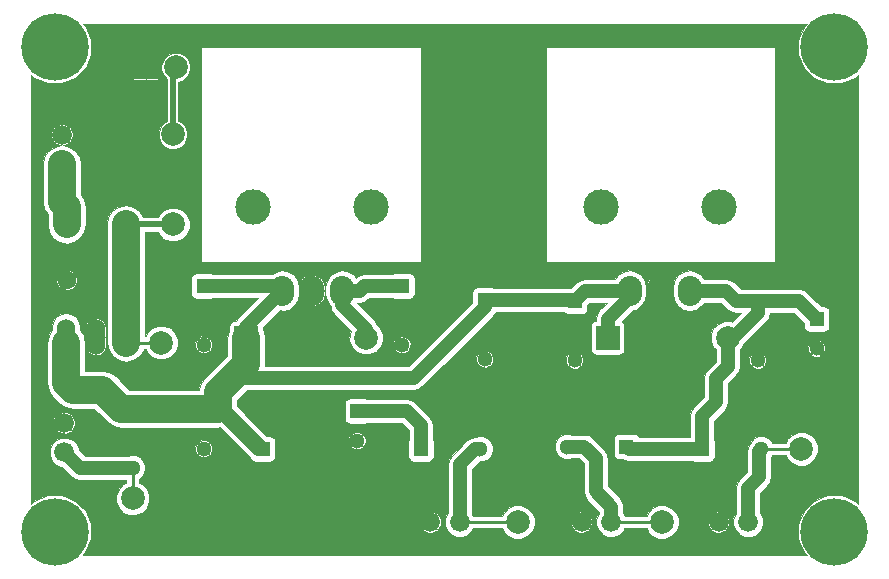
<source format=gtl>
G04 #@! TF.FileFunction,Copper,L1,Top,Signal*
%FSLAX46Y46*%
G04 Gerber Fmt 4.6, Leading zero omitted, Abs format (unit mm)*
G04 Created by KiCad (PCBNEW 4.0.4-stable) date 09/19/16 20:25:30*
%MOMM*%
%LPD*%
G01*
G04 APERTURE LIST*
%ADD10C,0.100000*%
%ADD11R,1.300000X1.300000*%
%ADD12C,1.300000*%
%ADD13R,2.000000X2.000000*%
%ADD14C,2.000000*%
%ADD15C,1.998980*%
%ADD16R,1.998980X1.998980*%
%ADD17C,1.676400*%
%ADD18O,2.032000X2.540000*%
%ADD19C,1.600000*%
%ADD20C,3.000000*%
%ADD21O,1.524000X3.048000*%
%ADD22C,5.700000*%
%ADD23C,0.600000*%
%ADD24C,1.000000*%
%ADD25C,2.400000*%
%ADD26C,1.200000*%
%ADD27C,0.250000*%
%ADD28C,0.500000*%
%ADD29C,0.025400*%
G04 APERTURE END LIST*
D10*
D11*
X129400000Y-97400000D03*
D12*
X129400000Y-102400000D03*
D11*
X137000000Y-97500000D03*
D12*
X137000000Y-102500000D03*
D11*
X152500000Y-97500000D03*
D12*
X152500000Y-102500000D03*
D11*
X110600000Y-110000000D03*
D12*
X105600000Y-110000000D03*
D11*
X105600000Y-96200000D03*
D12*
X105600000Y-101200000D03*
D11*
X122400000Y-96200000D03*
D12*
X122400000Y-101200000D03*
D13*
X100700000Y-77700000D03*
D14*
X103240000Y-77700000D03*
D15*
X149960000Y-100597460D03*
D16*
X139800000Y-100597460D03*
D15*
X119360000Y-100597460D03*
D16*
X109200000Y-100597460D03*
D11*
X94000000Y-91000000D03*
D12*
X99000000Y-91000000D03*
D11*
X147800000Y-110000000D03*
D12*
X152800000Y-110000000D03*
D11*
X141400000Y-109800000D03*
D12*
X136400000Y-109800000D03*
D11*
X124000000Y-110000000D03*
D12*
X129000000Y-110000000D03*
D17*
X93600000Y-83400000D03*
X93600000Y-85900000D03*
X149200000Y-116200000D03*
X151700000Y-116200000D03*
X137600000Y-116200000D03*
X140100000Y-116200000D03*
X124800000Y-116200000D03*
X127300000Y-116200000D03*
D18*
X144200000Y-96600000D03*
X146740000Y-96600000D03*
X141660000Y-96600000D03*
X114800000Y-96600000D03*
X117340000Y-96600000D03*
X112260000Y-96600000D03*
D15*
X102000000Y-101000000D03*
X156200000Y-110000000D03*
X144400000Y-116200000D03*
X132200000Y-116200000D03*
D19*
X99000000Y-97000000D03*
X94000000Y-95700000D03*
D12*
X157500000Y-101500000D03*
D11*
X157500000Y-99000000D03*
D12*
X118600000Y-109300000D03*
D11*
X118600000Y-106800000D03*
D20*
X139200000Y-89500000D03*
X149200000Y-89500000D03*
X109800000Y-89500000D03*
X119800000Y-89500000D03*
D11*
X99600000Y-106600000D03*
D12*
X99600000Y-111600000D03*
D17*
X93800000Y-107800000D03*
X93800000Y-110300000D03*
D15*
X99600000Y-114200000D03*
X103000000Y-91000000D03*
X103000000Y-83380000D03*
D21*
X99040000Y-100500000D03*
X96500000Y-100500000D03*
X93960000Y-100500000D03*
D22*
X159000000Y-76000000D03*
X93000000Y-76000000D03*
X93000000Y-117000000D03*
X159000000Y-117000000D03*
D23*
X105000000Y-76250000D03*
X105000000Y-80500000D03*
X105000000Y-84750000D03*
X105000000Y-88750000D03*
X104750000Y-93750000D03*
X103250000Y-94750000D03*
X103500000Y-98250000D03*
D24*
X122500000Y-117500000D03*
X117500000Y-117500000D03*
X112500000Y-117500000D03*
X107500000Y-117500000D03*
X102500000Y-117500000D03*
X99000000Y-117500000D03*
X97000000Y-114000000D03*
D23*
X160000000Y-104000000D03*
X160000000Y-107500000D03*
X160000000Y-111500000D03*
X156500000Y-113000000D03*
X155000000Y-115500000D03*
X155000000Y-118500000D03*
D24*
X147500000Y-100000000D03*
X142500000Y-100000000D03*
X142500000Y-102500000D03*
X135000000Y-100000000D03*
X130000000Y-100000000D03*
X127500000Y-107500000D03*
X125000000Y-105000000D03*
X127500000Y-105000000D03*
X115000000Y-100000000D03*
X100000000Y-80000000D03*
X100000000Y-85000000D03*
X96500000Y-89000000D03*
X96000000Y-94000000D03*
X92500000Y-97500000D03*
X91500000Y-101500000D03*
X91500000Y-106500000D03*
X91500000Y-110000000D03*
X102500000Y-112500000D03*
X107500000Y-112500000D03*
X112500000Y-112500000D03*
X117500000Y-112500000D03*
X125000000Y-95000000D03*
X130000000Y-95000000D03*
X132500000Y-92500000D03*
X132500000Y-87500000D03*
X132500000Y-82500000D03*
X132500000Y-77500000D03*
X130000000Y-77500000D03*
X125000000Y-77500000D03*
X125000000Y-82500000D03*
X125000000Y-87500000D03*
X125000000Y-92500000D03*
X125000000Y-97500000D03*
X152500000Y-107500000D03*
X150000000Y-112500000D03*
X155000000Y-82500000D03*
X155000000Y-85000000D03*
X155000000Y-90000000D03*
X155000000Y-95000000D03*
X157500000Y-95000000D03*
X160000000Y-92500000D03*
X160000000Y-90000000D03*
X160000000Y-85000000D03*
X160000000Y-80000000D03*
X157500000Y-80000000D03*
X155000000Y-77500000D03*
X152500000Y-75000000D03*
X147500000Y-75000000D03*
X142500000Y-75000000D03*
X137500000Y-75000000D03*
X132500000Y-75000000D03*
X127500000Y-75000000D03*
X122500000Y-75000000D03*
X117500000Y-75000000D03*
X112500000Y-75000000D03*
X107500000Y-75000000D03*
X102500000Y-75000000D03*
X97500000Y-75000000D03*
X95000000Y-80000000D03*
X142500000Y-105000000D03*
X137500000Y-105000000D03*
X132500000Y-105000000D03*
X132500000Y-110000000D03*
X134000000Y-114400000D03*
X135000000Y-116500000D03*
D25*
X99600000Y-106600000D02*
X98600000Y-106600000D01*
X98600000Y-106600000D02*
X97000000Y-105000000D01*
X109200000Y-100597460D02*
X109200000Y-102800000D01*
X106800000Y-105200000D02*
X106800000Y-106600000D01*
X109200000Y-102800000D02*
X106800000Y-105200000D01*
D26*
X129400000Y-97400000D02*
X129400000Y-98000000D01*
X129400000Y-98000000D02*
X123400000Y-104000000D01*
X123400000Y-104000000D02*
X107200000Y-104000000D01*
X109200000Y-100597460D02*
X109200000Y-99660000D01*
X109200000Y-99660000D02*
X112260000Y-96600000D01*
D25*
X99600000Y-106600000D02*
X106800000Y-106600000D01*
D26*
X106800000Y-106600000D02*
X110200000Y-110000000D01*
X110200000Y-110000000D02*
X110600000Y-110000000D01*
X110600000Y-110000000D02*
X107200000Y-106600000D01*
X107200000Y-106600000D02*
X107200000Y-104000000D01*
X105600000Y-96200000D02*
X111860000Y-96200000D01*
X111860000Y-96200000D02*
X112260000Y-96600000D01*
X129400000Y-97400000D02*
X136900000Y-97400000D01*
X136900000Y-97400000D02*
X137000000Y-97500000D01*
X129400000Y-97400000D02*
X129400000Y-97600000D01*
X141660000Y-96600000D02*
X137900000Y-96600000D01*
X137900000Y-96600000D02*
X137000000Y-97500000D01*
X139800000Y-100597460D02*
X139800000Y-99000000D01*
X139800000Y-99000000D02*
X141660000Y-97140000D01*
X141660000Y-97140000D02*
X141660000Y-96600000D01*
D25*
X97000000Y-105000000D02*
X94500000Y-105000000D01*
X94500000Y-105000000D02*
X93960000Y-104460000D01*
X93960000Y-104460000D02*
X93960000Y-101000000D01*
D27*
X105600000Y-101200000D02*
X105600000Y-100350000D01*
X105000000Y-80500000D02*
X105000000Y-76250000D01*
X105000000Y-88750000D02*
X105000000Y-84750000D01*
X104250000Y-93750000D02*
X104750000Y-93750000D01*
X103250000Y-94750000D02*
X104250000Y-93750000D01*
X105600000Y-100350000D02*
X103500000Y-98250000D01*
D28*
X122500000Y-117500000D02*
X117500000Y-117500000D01*
X112500000Y-117500000D02*
X107500000Y-117500000D01*
X102500000Y-117500000D02*
X99000000Y-117500000D01*
X157500000Y-101500000D02*
X160000000Y-104000000D01*
X160000000Y-107500000D02*
X160000000Y-111500000D01*
X156500000Y-113000000D02*
X155000000Y-114500000D01*
X155000000Y-114500000D02*
X155000000Y-115500000D01*
X142500000Y-102500000D02*
X142500000Y-100000000D01*
X130000000Y-100000000D02*
X135000000Y-100000000D01*
X127500000Y-105000000D02*
X125000000Y-105000000D01*
X114800000Y-96600000D02*
X114800000Y-99800000D01*
X114800000Y-99800000D02*
X115000000Y-100000000D01*
X105600000Y-101200000D02*
X105600000Y-100600000D01*
X94000000Y-95700000D02*
X94300000Y-95700000D01*
X94300000Y-95700000D02*
X96000000Y-94000000D01*
X100000000Y-85500000D02*
X100000000Y-85000000D01*
X96500000Y-89000000D02*
X100000000Y-85500000D01*
X94000000Y-95700000D02*
X94000000Y-96000000D01*
X94000000Y-96000000D02*
X92500000Y-97500000D01*
X91500000Y-101500000D02*
X91500000Y-106500000D01*
X107500000Y-112500000D02*
X102500000Y-112500000D01*
X117500000Y-112500000D02*
X112500000Y-112500000D01*
X130000000Y-95000000D02*
X125000000Y-95000000D01*
X132500000Y-87500000D02*
X132500000Y-92500000D01*
X132500000Y-77500000D02*
X132500000Y-82500000D01*
X125000000Y-77500000D02*
X130000000Y-77500000D01*
X125000000Y-87500000D02*
X125000000Y-82500000D01*
X125000000Y-97500000D02*
X125000000Y-92500000D01*
X150000000Y-110000000D02*
X152500000Y-107500000D01*
X150000000Y-112500000D02*
X150000000Y-110000000D01*
X155000000Y-85000000D02*
X155000000Y-82500000D01*
X155000000Y-95000000D02*
X155000000Y-90000000D01*
X160000000Y-95000000D02*
X157500000Y-95000000D01*
X160000000Y-92500000D02*
X160000000Y-95000000D01*
X160000000Y-85000000D02*
X160000000Y-90000000D01*
X157500000Y-80000000D02*
X160000000Y-80000000D01*
X155000000Y-75000000D02*
X155000000Y-77500000D01*
X152500000Y-75000000D02*
X155000000Y-75000000D01*
X142500000Y-75000000D02*
X147500000Y-75000000D01*
X132500000Y-75000000D02*
X137500000Y-75000000D01*
X122500000Y-75000000D02*
X127500000Y-75000000D01*
X112500000Y-75000000D02*
X117500000Y-75000000D01*
X102500000Y-75000000D02*
X107500000Y-75000000D01*
X97500000Y-77500000D02*
X97500000Y-75000000D01*
X95000000Y-80000000D02*
X97500000Y-77500000D01*
X137600000Y-116200000D02*
X136300000Y-116200000D01*
X142500000Y-105000000D02*
X147500000Y-105000000D01*
X132500000Y-105000000D02*
X137500000Y-105000000D01*
X134000000Y-114400000D02*
X132500000Y-110000000D01*
X136300000Y-116200000D02*
X135000000Y-116500000D01*
D26*
X152500000Y-97500000D02*
X156000000Y-97500000D01*
X156000000Y-97500000D02*
X157500000Y-99000000D01*
X149960000Y-100597460D02*
X150402540Y-100597460D01*
X150402540Y-100597460D02*
X152500000Y-98500000D01*
X152500000Y-98500000D02*
X152500000Y-97500000D01*
X147800000Y-110000000D02*
X147800000Y-107200000D01*
X149960000Y-103040000D02*
X149960000Y-100597460D01*
X149000000Y-104000000D02*
X149960000Y-103040000D01*
X149000000Y-106000000D02*
X149000000Y-104000000D01*
X147800000Y-107200000D02*
X149000000Y-106000000D01*
X152500000Y-97500000D02*
X150700000Y-97500000D01*
X149800000Y-96600000D02*
X146740000Y-96600000D01*
X150700000Y-97500000D02*
X149800000Y-96600000D01*
X147800000Y-110000000D02*
X141600000Y-110000000D01*
X141600000Y-110000000D02*
X141400000Y-109800000D01*
X152500000Y-97500000D02*
X152500000Y-98057460D01*
X117340000Y-96600000D02*
X117340000Y-97840000D01*
X117340000Y-97840000D02*
X119360000Y-99860000D01*
X119360000Y-99860000D02*
X119360000Y-100597460D01*
X117340000Y-96600000D02*
X118800000Y-96600000D01*
X119200000Y-96200000D02*
X122400000Y-96200000D01*
X118800000Y-96600000D02*
X119200000Y-96200000D01*
X118600000Y-106800000D02*
X122800000Y-106800000D01*
X124000000Y-108000000D02*
X124000000Y-110000000D01*
X122800000Y-106800000D02*
X124000000Y-108000000D01*
D28*
X103000000Y-83380000D02*
X103000000Y-77940000D01*
X103000000Y-77940000D02*
X103240000Y-77700000D01*
D25*
X94000000Y-91000000D02*
X94000000Y-89500000D01*
X93600000Y-89100000D02*
X93600000Y-85900000D01*
X94000000Y-89500000D02*
X93600000Y-89100000D01*
D27*
X102000000Y-101000000D02*
X99040000Y-101000000D01*
D28*
X103000000Y-91000000D02*
X99000000Y-91000000D01*
D25*
X99000000Y-97000000D02*
X99000000Y-91000000D01*
X99040000Y-101000000D02*
X99040000Y-97040000D01*
X99040000Y-97040000D02*
X99000000Y-97000000D01*
D27*
X152800000Y-110000000D02*
X156200000Y-110000000D01*
D26*
X151700000Y-116200000D02*
X151700000Y-113300000D01*
X152600000Y-112400000D02*
X152600000Y-110200000D01*
X151700000Y-113300000D02*
X152600000Y-112400000D01*
X152600000Y-110200000D02*
X152800000Y-110000000D01*
D27*
X144400000Y-116200000D02*
X140100000Y-116200000D01*
D26*
X136400000Y-109800000D02*
X137800000Y-109800000D01*
X140100000Y-114900000D02*
X140100000Y-116200000D01*
X138800000Y-113600000D02*
X140100000Y-114900000D01*
X138800000Y-110800000D02*
X138800000Y-113600000D01*
X137800000Y-109800000D02*
X138800000Y-110800000D01*
D27*
X132200000Y-116200000D02*
X127300000Y-116200000D01*
D26*
X129000000Y-110000000D02*
X128600000Y-110000000D01*
X128600000Y-110000000D02*
X127300000Y-111300000D01*
X127300000Y-111300000D02*
X127300000Y-116200000D01*
X99600000Y-111600000D02*
X95100000Y-111600000D01*
X95100000Y-111600000D02*
X93800000Y-110300000D01*
D27*
X99600000Y-111600000D02*
X99600000Y-114200000D01*
D29*
G36*
X156405083Y-74262855D02*
X155937833Y-75388119D01*
X155936769Y-76606536D01*
X156402055Y-77732614D01*
X157262855Y-78594917D01*
X158388119Y-79062167D01*
X159606536Y-79063231D01*
X160732614Y-78597945D01*
X160987300Y-78343703D01*
X160987300Y-114655675D01*
X160737145Y-114405083D01*
X159611881Y-113937833D01*
X158393464Y-113936769D01*
X157267386Y-114402055D01*
X156405083Y-115262855D01*
X155937833Y-116388119D01*
X155936769Y-117606536D01*
X156402055Y-118732614D01*
X156656297Y-118987300D01*
X95344325Y-118987300D01*
X95594917Y-118737145D01*
X96062167Y-117611881D01*
X96062834Y-116847781D01*
X124170179Y-116847781D01*
X124269937Y-116951175D01*
X124597748Y-117096841D01*
X124956351Y-117105971D01*
X125291149Y-116977175D01*
X125330063Y-116951175D01*
X125429821Y-116847781D01*
X124800000Y-116217961D01*
X124170179Y-116847781D01*
X96062834Y-116847781D01*
X96063231Y-116393464D01*
X96047897Y-116356351D01*
X123894029Y-116356351D01*
X124022825Y-116691149D01*
X124048825Y-116730063D01*
X124152219Y-116829821D01*
X124782039Y-116200000D01*
X124817961Y-116200000D01*
X125447781Y-116829821D01*
X125551175Y-116730063D01*
X125676633Y-116447728D01*
X126048883Y-116447728D01*
X126238920Y-116907652D01*
X126590497Y-117259843D01*
X127050089Y-117450683D01*
X127547728Y-117451117D01*
X128007652Y-117261080D01*
X128359843Y-116909503D01*
X128431182Y-116737700D01*
X130894182Y-116737700D01*
X131002106Y-116998896D01*
X131399014Y-117396498D01*
X131917866Y-117611944D01*
X132479669Y-117612434D01*
X132998896Y-117397894D01*
X133396498Y-117000986D01*
X133460114Y-116847781D01*
X136970179Y-116847781D01*
X137069937Y-116951175D01*
X137397748Y-117096841D01*
X137756351Y-117105971D01*
X138091149Y-116977175D01*
X138130063Y-116951175D01*
X138229821Y-116847781D01*
X137600000Y-116217961D01*
X136970179Y-116847781D01*
X133460114Y-116847781D01*
X133611944Y-116482134D01*
X133612053Y-116356351D01*
X136694029Y-116356351D01*
X136822825Y-116691149D01*
X136848825Y-116730063D01*
X136952219Y-116829821D01*
X137582039Y-116200000D01*
X137617961Y-116200000D01*
X138247781Y-116829821D01*
X138351175Y-116730063D01*
X138496841Y-116402252D01*
X138505971Y-116043649D01*
X138377175Y-115708851D01*
X138351175Y-115669937D01*
X138247781Y-115570179D01*
X137617961Y-116200000D01*
X137582039Y-116200000D01*
X136952219Y-115570179D01*
X136848825Y-115669937D01*
X136703159Y-115997748D01*
X136694029Y-116356351D01*
X133612053Y-116356351D01*
X133612434Y-115920331D01*
X133460334Y-115552219D01*
X136970179Y-115552219D01*
X137600000Y-116182039D01*
X138229821Y-115552219D01*
X138130063Y-115448825D01*
X137802252Y-115303159D01*
X137443649Y-115294029D01*
X137108851Y-115422825D01*
X137069937Y-115448825D01*
X136970179Y-115552219D01*
X133460334Y-115552219D01*
X133397894Y-115401104D01*
X133000986Y-115003502D01*
X132482134Y-114788056D01*
X131920331Y-114787566D01*
X131401104Y-115002106D01*
X131003502Y-115399014D01*
X130894176Y-115662300D01*
X128431303Y-115662300D01*
X128361080Y-115492348D01*
X128312700Y-115443884D01*
X128312700Y-111719474D01*
X128969499Y-111062675D01*
X129210457Y-111062885D01*
X129601185Y-110901439D01*
X129900388Y-110602757D01*
X130062516Y-110212312D01*
X130062692Y-110010457D01*
X135337115Y-110010457D01*
X135498561Y-110401185D01*
X135797243Y-110700388D01*
X136187688Y-110862516D01*
X136610457Y-110862885D01*
X136731914Y-110812700D01*
X137380526Y-110812700D01*
X137787300Y-111219474D01*
X137787300Y-113600000D01*
X137864387Y-113987544D01*
X137883459Y-114016087D01*
X138083913Y-114316087D01*
X139087300Y-115319474D01*
X139087300Y-115443436D01*
X139040157Y-115490497D01*
X138849317Y-115950089D01*
X138848883Y-116447728D01*
X139038920Y-116907652D01*
X139390497Y-117259843D01*
X139850089Y-117450683D01*
X140347728Y-117451117D01*
X140807652Y-117261080D01*
X141159843Y-116909503D01*
X141231182Y-116737700D01*
X143094182Y-116737700D01*
X143202106Y-116998896D01*
X143599014Y-117396498D01*
X144117866Y-117611944D01*
X144679669Y-117612434D01*
X145198896Y-117397894D01*
X145596498Y-117000986D01*
X145660114Y-116847781D01*
X148570179Y-116847781D01*
X148669937Y-116951175D01*
X148997748Y-117096841D01*
X149356351Y-117105971D01*
X149691149Y-116977175D01*
X149730063Y-116951175D01*
X149829821Y-116847781D01*
X149200000Y-116217961D01*
X148570179Y-116847781D01*
X145660114Y-116847781D01*
X145811944Y-116482134D01*
X145812053Y-116356351D01*
X148294029Y-116356351D01*
X148422825Y-116691149D01*
X148448825Y-116730063D01*
X148552219Y-116829821D01*
X149182039Y-116200000D01*
X149217961Y-116200000D01*
X149847781Y-116829821D01*
X149951175Y-116730063D01*
X150076633Y-116447728D01*
X150448883Y-116447728D01*
X150638920Y-116907652D01*
X150990497Y-117259843D01*
X151450089Y-117450683D01*
X151947728Y-117451117D01*
X152407652Y-117261080D01*
X152759843Y-116909503D01*
X152950683Y-116449911D01*
X152951117Y-115952272D01*
X152761080Y-115492348D01*
X152712700Y-115443884D01*
X152712700Y-113719474D01*
X153316087Y-113116087D01*
X153392247Y-113002106D01*
X153535613Y-112787544D01*
X153612700Y-112400000D01*
X153612700Y-110690292D01*
X153700388Y-110602757D01*
X153727402Y-110537700D01*
X154894182Y-110537700D01*
X155002106Y-110798896D01*
X155399014Y-111196498D01*
X155917866Y-111411944D01*
X156479669Y-111412434D01*
X156998896Y-111197894D01*
X157396498Y-110800986D01*
X157611944Y-110282134D01*
X157612434Y-109720331D01*
X157397894Y-109201104D01*
X157000986Y-108803502D01*
X156482134Y-108588056D01*
X155920331Y-108587566D01*
X155401104Y-108802106D01*
X155003502Y-109199014D01*
X154894176Y-109462300D01*
X153727671Y-109462300D01*
X153701439Y-109398815D01*
X153402757Y-109099612D01*
X153012312Y-108937484D01*
X152589543Y-108937115D01*
X152198815Y-109098561D01*
X151899612Y-109397243D01*
X151830315Y-109564128D01*
X151664387Y-109812456D01*
X151587300Y-110200000D01*
X151587300Y-111980526D01*
X150983913Y-112583913D01*
X150764387Y-112912456D01*
X150687300Y-113300000D01*
X150687300Y-115443436D01*
X150640157Y-115490497D01*
X150449317Y-115950089D01*
X150448883Y-116447728D01*
X150076633Y-116447728D01*
X150096841Y-116402252D01*
X150105971Y-116043649D01*
X149977175Y-115708851D01*
X149951175Y-115669937D01*
X149847781Y-115570179D01*
X149217961Y-116200000D01*
X149182039Y-116200000D01*
X148552219Y-115570179D01*
X148448825Y-115669937D01*
X148303159Y-115997748D01*
X148294029Y-116356351D01*
X145812053Y-116356351D01*
X145812434Y-115920331D01*
X145660334Y-115552219D01*
X148570179Y-115552219D01*
X149200000Y-116182039D01*
X149829821Y-115552219D01*
X149730063Y-115448825D01*
X149402252Y-115303159D01*
X149043649Y-115294029D01*
X148708851Y-115422825D01*
X148669937Y-115448825D01*
X148570179Y-115552219D01*
X145660334Y-115552219D01*
X145597894Y-115401104D01*
X145200986Y-115003502D01*
X144682134Y-114788056D01*
X144120331Y-114787566D01*
X143601104Y-115002106D01*
X143203502Y-115399014D01*
X143094176Y-115662300D01*
X141231303Y-115662300D01*
X141161080Y-115492348D01*
X141112700Y-115443884D01*
X141112700Y-114900000D01*
X141080417Y-114737700D01*
X141035614Y-114512457D01*
X140816087Y-114183913D01*
X139812700Y-113180526D01*
X139812700Y-110800000D01*
X139785725Y-110664387D01*
X139735614Y-110412457D01*
X139516087Y-110083913D01*
X138582174Y-109150000D01*
X140329215Y-109150000D01*
X140329215Y-110450000D01*
X140357992Y-110602937D01*
X140448378Y-110743401D01*
X140586291Y-110837633D01*
X140750000Y-110870785D01*
X141115434Y-110870785D01*
X141212456Y-110935613D01*
X141600000Y-111012700D01*
X146949800Y-111012700D01*
X146986291Y-111037633D01*
X147150000Y-111070785D01*
X148450000Y-111070785D01*
X148602937Y-111042008D01*
X148743401Y-110951622D01*
X148837633Y-110813709D01*
X148870785Y-110650000D01*
X148870785Y-109350000D01*
X148842008Y-109197063D01*
X148812700Y-109151517D01*
X148812700Y-107619474D01*
X149716087Y-106716087D01*
X149935613Y-106387544D01*
X150012700Y-106000000D01*
X150012700Y-104419474D01*
X150676087Y-103756087D01*
X150706842Y-103710059D01*
X150895613Y-103427544D01*
X150972700Y-103040000D01*
X150972700Y-103012080D01*
X152005881Y-103012080D01*
X152082739Y-103095917D01*
X152342549Y-103210234D01*
X152626330Y-103216424D01*
X152890877Y-103113545D01*
X152917261Y-103095917D01*
X152994119Y-103012080D01*
X152500000Y-102517961D01*
X152005881Y-103012080D01*
X150972700Y-103012080D01*
X150972700Y-102626330D01*
X151783576Y-102626330D01*
X151886455Y-102890877D01*
X151904083Y-102917261D01*
X151987920Y-102994119D01*
X152482039Y-102500000D01*
X152517961Y-102500000D01*
X153012080Y-102994119D01*
X153095917Y-102917261D01*
X153210234Y-102657451D01*
X153216424Y-102373670D01*
X153113545Y-102109123D01*
X153095917Y-102082739D01*
X153018842Y-102012080D01*
X157005881Y-102012080D01*
X157082739Y-102095917D01*
X157342549Y-102210234D01*
X157626330Y-102216424D01*
X157890877Y-102113545D01*
X157917261Y-102095917D01*
X157994119Y-102012080D01*
X157500000Y-101517961D01*
X157005881Y-102012080D01*
X153018842Y-102012080D01*
X153012080Y-102005881D01*
X152517961Y-102500000D01*
X152482039Y-102500000D01*
X151987920Y-102005881D01*
X151904083Y-102082739D01*
X151789766Y-102342549D01*
X151783576Y-102626330D01*
X150972700Y-102626330D01*
X150972700Y-101987920D01*
X152005881Y-101987920D01*
X152500000Y-102482039D01*
X152994119Y-101987920D01*
X152917261Y-101904083D01*
X152657451Y-101789766D01*
X152373670Y-101783576D01*
X152109123Y-101886455D01*
X152082739Y-101904083D01*
X152005881Y-101987920D01*
X150972700Y-101987920D01*
X150972700Y-101626330D01*
X156783576Y-101626330D01*
X156886455Y-101890877D01*
X156904083Y-101917261D01*
X156987920Y-101994119D01*
X157482039Y-101500000D01*
X157517961Y-101500000D01*
X158012080Y-101994119D01*
X158095917Y-101917261D01*
X158210234Y-101657451D01*
X158216424Y-101373670D01*
X158113545Y-101109123D01*
X158095917Y-101082739D01*
X158012080Y-101005881D01*
X157517961Y-101500000D01*
X157482039Y-101500000D01*
X156987920Y-101005881D01*
X156904083Y-101082739D01*
X156789766Y-101342549D01*
X156783576Y-101626330D01*
X150972700Y-101626330D01*
X150972700Y-101581923D01*
X151156498Y-101398446D01*
X151243676Y-101188498D01*
X151444254Y-100987920D01*
X157005881Y-100987920D01*
X157500000Y-101482039D01*
X157994119Y-100987920D01*
X157917261Y-100904083D01*
X157657451Y-100789766D01*
X157373670Y-100783576D01*
X157109123Y-100886455D01*
X157082739Y-100904083D01*
X157005881Y-100987920D01*
X151444254Y-100987920D01*
X153216087Y-99216087D01*
X153435613Y-98887544D01*
X153510174Y-98512700D01*
X155580526Y-98512700D01*
X156429215Y-99361389D01*
X156429215Y-99650000D01*
X156457992Y-99802937D01*
X156548378Y-99943401D01*
X156686291Y-100037633D01*
X156850000Y-100070785D01*
X158150000Y-100070785D01*
X158302937Y-100042008D01*
X158443401Y-99951622D01*
X158537633Y-99813709D01*
X158570785Y-99650000D01*
X158570785Y-98350000D01*
X158542008Y-98197063D01*
X158451622Y-98056599D01*
X158313709Y-97962367D01*
X158150000Y-97929215D01*
X157861389Y-97929215D01*
X156716087Y-96783913D01*
X156586107Y-96697063D01*
X156387544Y-96564387D01*
X156000000Y-96487300D01*
X153350200Y-96487300D01*
X153313709Y-96462367D01*
X153150000Y-96429215D01*
X151850000Y-96429215D01*
X151697063Y-96457992D01*
X151651517Y-96487300D01*
X151119474Y-96487300D01*
X150516087Y-95883913D01*
X150465717Y-95850257D01*
X150187544Y-95664387D01*
X149800000Y-95587300D01*
X147940347Y-95587300D01*
X147750243Y-95302791D01*
X147286740Y-94993087D01*
X146740000Y-94884334D01*
X146193260Y-94993087D01*
X145729757Y-95302791D01*
X145420053Y-95766294D01*
X145311300Y-96313034D01*
X145311300Y-96886966D01*
X145420053Y-97433706D01*
X145729757Y-97897209D01*
X146193260Y-98206913D01*
X146740000Y-98315666D01*
X147286740Y-98206913D01*
X147750243Y-97897209D01*
X147940347Y-97612700D01*
X149380526Y-97612700D01*
X149983913Y-98216087D01*
X150312456Y-98435613D01*
X150700000Y-98512700D01*
X151055126Y-98512700D01*
X150341182Y-99226644D01*
X150242134Y-99185516D01*
X149680331Y-99185026D01*
X149161104Y-99399566D01*
X148763502Y-99796474D01*
X148548056Y-100315326D01*
X148547566Y-100877129D01*
X148762106Y-101396356D01*
X148947300Y-101581874D01*
X148947300Y-102620526D01*
X148283913Y-103283913D01*
X148064387Y-103612456D01*
X147987300Y-104000000D01*
X147987300Y-105580526D01*
X147083913Y-106483913D01*
X146864387Y-106812456D01*
X146787300Y-107200000D01*
X146787300Y-108987300D01*
X142435726Y-108987300D01*
X142351622Y-108856599D01*
X142213709Y-108762367D01*
X142050000Y-108729215D01*
X140750000Y-108729215D01*
X140597063Y-108757992D01*
X140456599Y-108848378D01*
X140362367Y-108986291D01*
X140329215Y-109150000D01*
X138582174Y-109150000D01*
X138516087Y-109083913D01*
X138475209Y-109056599D01*
X138187544Y-108864387D01*
X137800000Y-108787300D01*
X136732281Y-108787300D01*
X136612312Y-108737484D01*
X136189543Y-108737115D01*
X135798815Y-108898561D01*
X135499612Y-109197243D01*
X135337484Y-109587688D01*
X135337115Y-110010457D01*
X130062692Y-110010457D01*
X130062885Y-109789543D01*
X129901439Y-109398815D01*
X129602757Y-109099612D01*
X129212312Y-108937484D01*
X128789543Y-108937115D01*
X128668086Y-108987300D01*
X128600000Y-108987300D01*
X128212457Y-109064386D01*
X127883913Y-109283913D01*
X126583913Y-110583913D01*
X126364387Y-110912456D01*
X126287300Y-111300000D01*
X126287300Y-115443436D01*
X126240157Y-115490497D01*
X126049317Y-115950089D01*
X126048883Y-116447728D01*
X125676633Y-116447728D01*
X125696841Y-116402252D01*
X125705971Y-116043649D01*
X125577175Y-115708851D01*
X125551175Y-115669937D01*
X125447781Y-115570179D01*
X124817961Y-116200000D01*
X124782039Y-116200000D01*
X124152219Y-115570179D01*
X124048825Y-115669937D01*
X123903159Y-115997748D01*
X123894029Y-116356351D01*
X96047897Y-116356351D01*
X95597945Y-115267386D01*
X94737145Y-114405083D01*
X93611881Y-113937833D01*
X92393464Y-113936769D01*
X91267386Y-114402055D01*
X91012700Y-114656297D01*
X91012700Y-110547728D01*
X92548883Y-110547728D01*
X92738920Y-111007652D01*
X93090497Y-111359843D01*
X93550089Y-111550683D01*
X93618569Y-111550743D01*
X94383913Y-112316087D01*
X94712457Y-112535614D01*
X95100000Y-112612700D01*
X99062300Y-112612700D01*
X99062300Y-112894182D01*
X98801104Y-113002106D01*
X98403502Y-113399014D01*
X98188056Y-113917866D01*
X98187566Y-114479669D01*
X98402106Y-114998896D01*
X98799014Y-115396498D01*
X99317866Y-115611944D01*
X99879669Y-115612434D01*
X100025400Y-115552219D01*
X124170179Y-115552219D01*
X124800000Y-116182039D01*
X125429821Y-115552219D01*
X125330063Y-115448825D01*
X125002252Y-115303159D01*
X124643649Y-115294029D01*
X124308851Y-115422825D01*
X124269937Y-115448825D01*
X124170179Y-115552219D01*
X100025400Y-115552219D01*
X100398896Y-115397894D01*
X100796498Y-115000986D01*
X101011944Y-114482134D01*
X101012434Y-113920331D01*
X100797894Y-113401104D01*
X100400986Y-113003502D01*
X100137700Y-112894176D01*
X100137700Y-112527671D01*
X100201185Y-112501439D01*
X100500388Y-112202757D01*
X100662516Y-111812312D01*
X100662885Y-111389543D01*
X100501439Y-110998815D01*
X100202757Y-110699612D01*
X99812312Y-110537484D01*
X99389543Y-110537115D01*
X99268086Y-110587300D01*
X95519474Y-110587300D01*
X95444254Y-110512080D01*
X105105881Y-110512080D01*
X105182739Y-110595917D01*
X105442549Y-110710234D01*
X105726330Y-110716424D01*
X105990877Y-110613545D01*
X106017261Y-110595917D01*
X106094119Y-110512080D01*
X105600000Y-110017961D01*
X105105881Y-110512080D01*
X95444254Y-110512080D01*
X95058504Y-110126330D01*
X104883576Y-110126330D01*
X104986455Y-110390877D01*
X105004083Y-110417261D01*
X105087920Y-110494119D01*
X105582039Y-110000000D01*
X105617961Y-110000000D01*
X106112080Y-110494119D01*
X106195917Y-110417261D01*
X106310234Y-110157451D01*
X106316424Y-109873670D01*
X106213545Y-109609123D01*
X106195917Y-109582739D01*
X106112080Y-109505881D01*
X105617961Y-110000000D01*
X105582039Y-110000000D01*
X105087920Y-109505881D01*
X105004083Y-109582739D01*
X104889766Y-109842549D01*
X104883576Y-110126330D01*
X95058504Y-110126330D01*
X95051059Y-110118885D01*
X95051117Y-110052272D01*
X94861080Y-109592348D01*
X94756835Y-109487920D01*
X105105881Y-109487920D01*
X105600000Y-109982039D01*
X106094119Y-109487920D01*
X106017261Y-109404083D01*
X105757451Y-109289766D01*
X105473670Y-109283576D01*
X105209123Y-109386455D01*
X105182739Y-109404083D01*
X105105881Y-109487920D01*
X94756835Y-109487920D01*
X94509503Y-109240157D01*
X94049911Y-109049317D01*
X93552272Y-109048883D01*
X93092348Y-109238920D01*
X92740157Y-109590497D01*
X92549317Y-110050089D01*
X92548883Y-110547728D01*
X91012700Y-110547728D01*
X91012700Y-108447781D01*
X93170179Y-108447781D01*
X93269937Y-108551175D01*
X93597748Y-108696841D01*
X93956351Y-108705971D01*
X94291149Y-108577175D01*
X94330063Y-108551175D01*
X94429821Y-108447781D01*
X93800000Y-107817961D01*
X93170179Y-108447781D01*
X91012700Y-108447781D01*
X91012700Y-107956351D01*
X92894029Y-107956351D01*
X93022825Y-108291149D01*
X93048825Y-108330063D01*
X93152219Y-108429821D01*
X93782039Y-107800000D01*
X93817961Y-107800000D01*
X94447781Y-108429821D01*
X94551175Y-108330063D01*
X94696841Y-108002252D01*
X94705971Y-107643649D01*
X94577175Y-107308851D01*
X94551175Y-107269937D01*
X94447781Y-107170179D01*
X93817961Y-107800000D01*
X93782039Y-107800000D01*
X93152219Y-107170179D01*
X93048825Y-107269937D01*
X92903159Y-107597748D01*
X92894029Y-107956351D01*
X91012700Y-107956351D01*
X91012700Y-107152219D01*
X93170179Y-107152219D01*
X93800000Y-107782039D01*
X94429821Y-107152219D01*
X94330063Y-107048825D01*
X94002252Y-106903159D01*
X93643649Y-106894029D01*
X93308851Y-107022825D01*
X93269937Y-107048825D01*
X93170179Y-107152219D01*
X91012700Y-107152219D01*
X91012700Y-101000000D01*
X92347300Y-101000000D01*
X92347300Y-104460000D01*
X92470059Y-105077154D01*
X92819649Y-105600351D01*
X93359649Y-106140351D01*
X93882846Y-106489941D01*
X94500000Y-106612700D01*
X96331998Y-106612700D01*
X97459649Y-107740351D01*
X97982846Y-108089941D01*
X98600000Y-108212700D01*
X106800000Y-108212700D01*
X106950575Y-108182749D01*
X109483913Y-110716087D01*
X109549953Y-110760214D01*
X109557992Y-110802937D01*
X109648378Y-110943401D01*
X109786291Y-111037633D01*
X109950000Y-111070785D01*
X111250000Y-111070785D01*
X111402937Y-111042008D01*
X111543401Y-110951622D01*
X111637633Y-110813709D01*
X111670785Y-110650000D01*
X111670785Y-109812080D01*
X118105881Y-109812080D01*
X118182739Y-109895917D01*
X118442549Y-110010234D01*
X118726330Y-110016424D01*
X118990877Y-109913545D01*
X119017261Y-109895917D01*
X119094119Y-109812080D01*
X118600000Y-109317961D01*
X118105881Y-109812080D01*
X111670785Y-109812080D01*
X111670785Y-109426330D01*
X117883576Y-109426330D01*
X117986455Y-109690877D01*
X118004083Y-109717261D01*
X118087920Y-109794119D01*
X118582039Y-109300000D01*
X118617961Y-109300000D01*
X119112080Y-109794119D01*
X119195917Y-109717261D01*
X119310234Y-109457451D01*
X119316424Y-109173670D01*
X119213545Y-108909123D01*
X119195917Y-108882739D01*
X119112080Y-108805881D01*
X118617961Y-109300000D01*
X118582039Y-109300000D01*
X118087920Y-108805881D01*
X118004083Y-108882739D01*
X117889766Y-109142549D01*
X117883576Y-109426330D01*
X111670785Y-109426330D01*
X111670785Y-109350000D01*
X111642008Y-109197063D01*
X111551622Y-109056599D01*
X111413709Y-108962367D01*
X111250000Y-108929215D01*
X110961389Y-108929215D01*
X110820094Y-108787920D01*
X118105881Y-108787920D01*
X118600000Y-109282039D01*
X119094119Y-108787920D01*
X119017261Y-108704083D01*
X118757451Y-108589766D01*
X118473670Y-108583576D01*
X118209123Y-108686455D01*
X118182739Y-108704083D01*
X118105881Y-108787920D01*
X110820094Y-108787920D01*
X108412700Y-106380526D01*
X108412700Y-106150000D01*
X117529215Y-106150000D01*
X117529215Y-107450000D01*
X117557992Y-107602937D01*
X117648378Y-107743401D01*
X117786291Y-107837633D01*
X117950000Y-107870785D01*
X119250000Y-107870785D01*
X119402937Y-107842008D01*
X119448483Y-107812700D01*
X122380526Y-107812700D01*
X122987300Y-108419474D01*
X122987300Y-109149800D01*
X122962367Y-109186291D01*
X122929215Y-109350000D01*
X122929215Y-110650000D01*
X122957992Y-110802937D01*
X123048378Y-110943401D01*
X123186291Y-111037633D01*
X123350000Y-111070785D01*
X124650000Y-111070785D01*
X124802937Y-111042008D01*
X124943401Y-110951622D01*
X125037633Y-110813709D01*
X125070785Y-110650000D01*
X125070785Y-109350000D01*
X125042008Y-109197063D01*
X125012700Y-109151517D01*
X125012700Y-108000000D01*
X124935613Y-107612456D01*
X124716087Y-107283913D01*
X123516087Y-106083913D01*
X123499306Y-106072700D01*
X123187544Y-105864387D01*
X122800000Y-105787300D01*
X119450200Y-105787300D01*
X119413709Y-105762367D01*
X119250000Y-105729215D01*
X117950000Y-105729215D01*
X117797063Y-105757992D01*
X117656599Y-105848378D01*
X117562367Y-105986291D01*
X117529215Y-106150000D01*
X108412700Y-106150000D01*
X108412700Y-105868002D01*
X109268002Y-105012700D01*
X123400000Y-105012700D01*
X123787544Y-104935613D01*
X124116087Y-104716087D01*
X125920094Y-102912080D01*
X128905881Y-102912080D01*
X128982739Y-102995917D01*
X129242549Y-103110234D01*
X129526330Y-103116424D01*
X129790877Y-103013545D01*
X129793069Y-103012080D01*
X136505881Y-103012080D01*
X136582739Y-103095917D01*
X136842549Y-103210234D01*
X137126330Y-103216424D01*
X137390877Y-103113545D01*
X137417261Y-103095917D01*
X137494119Y-103012080D01*
X137000000Y-102517961D01*
X136505881Y-103012080D01*
X129793069Y-103012080D01*
X129817261Y-102995917D01*
X129894119Y-102912080D01*
X129400000Y-102417961D01*
X128905881Y-102912080D01*
X125920094Y-102912080D01*
X126305844Y-102526330D01*
X128683576Y-102526330D01*
X128786455Y-102790877D01*
X128804083Y-102817261D01*
X128887920Y-102894119D01*
X129382039Y-102400000D01*
X129417961Y-102400000D01*
X129912080Y-102894119D01*
X129995917Y-102817261D01*
X130079927Y-102626330D01*
X136283576Y-102626330D01*
X136386455Y-102890877D01*
X136404083Y-102917261D01*
X136487920Y-102994119D01*
X136982039Y-102500000D01*
X137017961Y-102500000D01*
X137512080Y-102994119D01*
X137595917Y-102917261D01*
X137710234Y-102657451D01*
X137716424Y-102373670D01*
X137613545Y-102109123D01*
X137595917Y-102082739D01*
X137512080Y-102005881D01*
X137017961Y-102500000D01*
X136982039Y-102500000D01*
X136487920Y-102005881D01*
X136404083Y-102082739D01*
X136289766Y-102342549D01*
X136283576Y-102626330D01*
X130079927Y-102626330D01*
X130110234Y-102557451D01*
X130116424Y-102273670D01*
X130013545Y-102009123D01*
X129999379Y-101987920D01*
X136505881Y-101987920D01*
X137000000Y-102482039D01*
X137494119Y-101987920D01*
X137417261Y-101904083D01*
X137157451Y-101789766D01*
X136873670Y-101783576D01*
X136609123Y-101886455D01*
X136582739Y-101904083D01*
X136505881Y-101987920D01*
X129999379Y-101987920D01*
X129995917Y-101982739D01*
X129912080Y-101905881D01*
X129417961Y-102400000D01*
X129382039Y-102400000D01*
X128887920Y-101905881D01*
X128804083Y-101982739D01*
X128689766Y-102242549D01*
X128683576Y-102526330D01*
X126305844Y-102526330D01*
X126944254Y-101887920D01*
X128905881Y-101887920D01*
X129400000Y-102382039D01*
X129894119Y-101887920D01*
X129817261Y-101804083D01*
X129557451Y-101689766D01*
X129273670Y-101683576D01*
X129009123Y-101786455D01*
X128982739Y-101804083D01*
X128905881Y-101887920D01*
X126944254Y-101887920D01*
X130116087Y-98716087D01*
X130318804Y-98412700D01*
X136028622Y-98412700D01*
X136048378Y-98443401D01*
X136186291Y-98537633D01*
X136350000Y-98570785D01*
X137650000Y-98570785D01*
X137802937Y-98542008D01*
X137943401Y-98451622D01*
X138037633Y-98313709D01*
X138070785Y-98150000D01*
X138070785Y-97861389D01*
X138319474Y-97612700D01*
X139755126Y-97612700D01*
X139083913Y-98283913D01*
X138864387Y-98612456D01*
X138787300Y-99000000D01*
X138787300Y-99179671D01*
X138647573Y-99205962D01*
X138507109Y-99296348D01*
X138412877Y-99434261D01*
X138379725Y-99597970D01*
X138379725Y-101596950D01*
X138408502Y-101749887D01*
X138498888Y-101890351D01*
X138636801Y-101984583D01*
X138800510Y-102017735D01*
X140799490Y-102017735D01*
X140952427Y-101988958D01*
X141092891Y-101898572D01*
X141187123Y-101760659D01*
X141220275Y-101596950D01*
X141220275Y-99597970D01*
X141191498Y-99445033D01*
X141101112Y-99304569D01*
X140998035Y-99234139D01*
X141980199Y-98251975D01*
X142206740Y-98206913D01*
X142670243Y-97897209D01*
X142979947Y-97433706D01*
X143088700Y-96886966D01*
X143088700Y-96612700D01*
X143120500Y-96612700D01*
X143120500Y-96866700D01*
X143207532Y-97278840D01*
X143445658Y-97626302D01*
X143798626Y-97856188D01*
X144018597Y-97918149D01*
X144187300Y-97917549D01*
X144187300Y-96612700D01*
X144212700Y-96612700D01*
X144212700Y-97917549D01*
X144381403Y-97918149D01*
X144601374Y-97856188D01*
X144954342Y-97626302D01*
X145192468Y-97278840D01*
X145279500Y-96866700D01*
X145279500Y-96612700D01*
X144212700Y-96612700D01*
X144187300Y-96612700D01*
X143120500Y-96612700D01*
X143088700Y-96612700D01*
X143088700Y-96333300D01*
X143120500Y-96333300D01*
X143120500Y-96587300D01*
X144187300Y-96587300D01*
X144187300Y-95282451D01*
X144212700Y-95282451D01*
X144212700Y-96587300D01*
X145279500Y-96587300D01*
X145279500Y-96333300D01*
X145192468Y-95921160D01*
X144954342Y-95573698D01*
X144601374Y-95343812D01*
X144381403Y-95281851D01*
X144212700Y-95282451D01*
X144187300Y-95282451D01*
X144018597Y-95281851D01*
X143798626Y-95343812D01*
X143445658Y-95573698D01*
X143207532Y-95921160D01*
X143120500Y-96333300D01*
X143088700Y-96333300D01*
X143088700Y-96313034D01*
X142979947Y-95766294D01*
X142670243Y-95302791D01*
X142206740Y-94993087D01*
X141660000Y-94884334D01*
X141113260Y-94993087D01*
X140649757Y-95302791D01*
X140459653Y-95587300D01*
X137900000Y-95587300D01*
X137512456Y-95664387D01*
X137234283Y-95850257D01*
X137183913Y-95883913D01*
X136680526Y-96387300D01*
X130250200Y-96387300D01*
X130213709Y-96362367D01*
X130050000Y-96329215D01*
X128750000Y-96329215D01*
X128597063Y-96357992D01*
X128456599Y-96448378D01*
X128362367Y-96586291D01*
X128329215Y-96750000D01*
X128329215Y-97638611D01*
X122980526Y-102987300D01*
X110775444Y-102987300D01*
X110812700Y-102800000D01*
X110812700Y-100597460D01*
X110689941Y-99980306D01*
X110620275Y-99876044D01*
X110620275Y-99671899D01*
X112023542Y-98268632D01*
X112260000Y-98315666D01*
X112806740Y-98206913D01*
X113270243Y-97897209D01*
X113579947Y-97433706D01*
X113688700Y-96886966D01*
X113688700Y-96612700D01*
X113720500Y-96612700D01*
X113720500Y-96866700D01*
X113807532Y-97278840D01*
X114045658Y-97626302D01*
X114398626Y-97856188D01*
X114618597Y-97918149D01*
X114787300Y-97917549D01*
X114787300Y-96612700D01*
X114812700Y-96612700D01*
X114812700Y-97917549D01*
X114981403Y-97918149D01*
X115201374Y-97856188D01*
X115554342Y-97626302D01*
X115792468Y-97278840D01*
X115879500Y-96866700D01*
X115879500Y-96612700D01*
X114812700Y-96612700D01*
X114787300Y-96612700D01*
X113720500Y-96612700D01*
X113688700Y-96612700D01*
X113688700Y-96333300D01*
X113720500Y-96333300D01*
X113720500Y-96587300D01*
X114787300Y-96587300D01*
X114787300Y-95282451D01*
X114812700Y-95282451D01*
X114812700Y-96587300D01*
X115879500Y-96587300D01*
X115879500Y-96333300D01*
X115875221Y-96313034D01*
X115911300Y-96313034D01*
X115911300Y-96886966D01*
X116020053Y-97433706D01*
X116329757Y-97897209D01*
X116340047Y-97904085D01*
X116404387Y-98227544D01*
X116606443Y-98529941D01*
X116623913Y-98556087D01*
X118075715Y-100007889D01*
X117948056Y-100315326D01*
X117947566Y-100877129D01*
X118162106Y-101396356D01*
X118559014Y-101793958D01*
X119077866Y-102009404D01*
X119639669Y-102009894D01*
X120158896Y-101795354D01*
X120242315Y-101712080D01*
X121905881Y-101712080D01*
X121982739Y-101795917D01*
X122242549Y-101910234D01*
X122526330Y-101916424D01*
X122790877Y-101813545D01*
X122817261Y-101795917D01*
X122894119Y-101712080D01*
X122400000Y-101217961D01*
X121905881Y-101712080D01*
X120242315Y-101712080D01*
X120556498Y-101398446D01*
X120586443Y-101326330D01*
X121683576Y-101326330D01*
X121786455Y-101590877D01*
X121804083Y-101617261D01*
X121887920Y-101694119D01*
X122382039Y-101200000D01*
X122417961Y-101200000D01*
X122912080Y-101694119D01*
X122995917Y-101617261D01*
X123110234Y-101357451D01*
X123116424Y-101073670D01*
X123013545Y-100809123D01*
X122995917Y-100782739D01*
X122912080Y-100705881D01*
X122417961Y-101200000D01*
X122382039Y-101200000D01*
X121887920Y-100705881D01*
X121804083Y-100782739D01*
X121689766Y-101042549D01*
X121683576Y-101326330D01*
X120586443Y-101326330D01*
X120771944Y-100879594D01*
X120772111Y-100687920D01*
X121905881Y-100687920D01*
X122400000Y-101182039D01*
X122894119Y-100687920D01*
X122817261Y-100604083D01*
X122557451Y-100489766D01*
X122273670Y-100483576D01*
X122009123Y-100586455D01*
X121982739Y-100604083D01*
X121905881Y-100687920D01*
X120772111Y-100687920D01*
X120772434Y-100317791D01*
X120557894Y-99798564D01*
X120311354Y-99551593D01*
X120295613Y-99472456D01*
X120076087Y-99143913D01*
X118544874Y-97612700D01*
X118800000Y-97612700D01*
X119187544Y-97535613D01*
X119516087Y-97316087D01*
X119619474Y-97212700D01*
X121549800Y-97212700D01*
X121586291Y-97237633D01*
X121750000Y-97270785D01*
X123050000Y-97270785D01*
X123202937Y-97242008D01*
X123343401Y-97151622D01*
X123437633Y-97013709D01*
X123470785Y-96850000D01*
X123470785Y-95550000D01*
X123442008Y-95397063D01*
X123351622Y-95256599D01*
X123213709Y-95162367D01*
X123050000Y-95129215D01*
X121750000Y-95129215D01*
X121597063Y-95157992D01*
X121551517Y-95187300D01*
X119200000Y-95187300D01*
X118812456Y-95264387D01*
X118483913Y-95483913D01*
X118476331Y-95491495D01*
X118350243Y-95302791D01*
X117886740Y-94993087D01*
X117340000Y-94884334D01*
X116793260Y-94993087D01*
X116329757Y-95302791D01*
X116020053Y-95766294D01*
X115911300Y-96313034D01*
X115875221Y-96313034D01*
X115792468Y-95921160D01*
X115554342Y-95573698D01*
X115201374Y-95343812D01*
X114981403Y-95281851D01*
X114812700Y-95282451D01*
X114787300Y-95282451D01*
X114618597Y-95281851D01*
X114398626Y-95343812D01*
X114045658Y-95573698D01*
X113807532Y-95921160D01*
X113720500Y-96333300D01*
X113688700Y-96333300D01*
X113688700Y-96313034D01*
X113579947Y-95766294D01*
X113270243Y-95302791D01*
X112806740Y-94993087D01*
X112260000Y-94884334D01*
X111713260Y-94993087D01*
X111422601Y-95187300D01*
X106450200Y-95187300D01*
X106413709Y-95162367D01*
X106250000Y-95129215D01*
X104950000Y-95129215D01*
X104797063Y-95157992D01*
X104656599Y-95248378D01*
X104562367Y-95386291D01*
X104529215Y-95550000D01*
X104529215Y-96850000D01*
X104557992Y-97002937D01*
X104648378Y-97143401D01*
X104786291Y-97237633D01*
X104950000Y-97270785D01*
X106250000Y-97270785D01*
X106402937Y-97242008D01*
X106448483Y-97212700D01*
X110215126Y-97212700D01*
X108483913Y-98943913D01*
X108328045Y-99177185D01*
X108200510Y-99177185D01*
X108047573Y-99205962D01*
X107907109Y-99296348D01*
X107812877Y-99434261D01*
X107779725Y-99597970D01*
X107779725Y-99876044D01*
X107710059Y-99980306D01*
X107587300Y-100597460D01*
X107587300Y-102131998D01*
X105659649Y-104059649D01*
X105310059Y-104582846D01*
X105229608Y-104987300D01*
X99268002Y-104987300D01*
X98140351Y-103859649D01*
X97617154Y-103510059D01*
X97000000Y-103387300D01*
X95572700Y-103387300D01*
X95572700Y-101000000D01*
X95475771Y-100512700D01*
X95674500Y-100512700D01*
X95674500Y-101274700D01*
X95742198Y-101589638D01*
X95925264Y-101854696D01*
X96195828Y-102029522D01*
X96358335Y-102075253D01*
X96487300Y-102071525D01*
X96487300Y-100512700D01*
X96512700Y-100512700D01*
X96512700Y-102071525D01*
X96641665Y-102075253D01*
X96804172Y-102029522D01*
X97074736Y-101854696D01*
X97257802Y-101589638D01*
X97325500Y-101274700D01*
X97325500Y-100512700D01*
X96512700Y-100512700D01*
X96487300Y-100512700D01*
X95674500Y-100512700D01*
X95475771Y-100512700D01*
X95449941Y-100382846D01*
X95134700Y-99911056D01*
X95134700Y-99725300D01*
X95674500Y-99725300D01*
X95674500Y-100487300D01*
X96487300Y-100487300D01*
X96487300Y-98928475D01*
X96512700Y-98928475D01*
X96512700Y-100487300D01*
X97325500Y-100487300D01*
X97325500Y-99725300D01*
X97257802Y-99410362D01*
X97074736Y-99145304D01*
X96804172Y-98970478D01*
X96641665Y-98924747D01*
X96512700Y-98928475D01*
X96487300Y-98928475D01*
X96358335Y-98924747D01*
X96195828Y-98970478D01*
X95925264Y-99145304D01*
X95742198Y-99410362D01*
X95674500Y-99725300D01*
X95134700Y-99725300D01*
X95134700Y-99700058D01*
X95045281Y-99250520D01*
X94790638Y-98869420D01*
X94409538Y-98614777D01*
X93960000Y-98525358D01*
X93510462Y-98614777D01*
X93129362Y-98869420D01*
X92874719Y-99250520D01*
X92785300Y-99700058D01*
X92785300Y-99911056D01*
X92470059Y-100382846D01*
X92347300Y-101000000D01*
X91012700Y-101000000D01*
X91012700Y-96320238D01*
X93397723Y-96320238D01*
X93492833Y-96419663D01*
X93806841Y-96558966D01*
X94150257Y-96567501D01*
X94470797Y-96443965D01*
X94507167Y-96419663D01*
X94602277Y-96320238D01*
X94000000Y-95717961D01*
X93397723Y-96320238D01*
X91012700Y-96320238D01*
X91012700Y-95850257D01*
X93132499Y-95850257D01*
X93256035Y-96170797D01*
X93280337Y-96207167D01*
X93379762Y-96302277D01*
X93982039Y-95700000D01*
X94017961Y-95700000D01*
X94620238Y-96302277D01*
X94719663Y-96207167D01*
X94858966Y-95893159D01*
X94867501Y-95549743D01*
X94743965Y-95229203D01*
X94719663Y-95192833D01*
X94620238Y-95097723D01*
X94017961Y-95700000D01*
X93982039Y-95700000D01*
X93379762Y-95097723D01*
X93280337Y-95192833D01*
X93141034Y-95506841D01*
X93132499Y-95850257D01*
X91012700Y-95850257D01*
X91012700Y-95079762D01*
X93397723Y-95079762D01*
X94000000Y-95682039D01*
X94602277Y-95079762D01*
X94507167Y-94980337D01*
X94193159Y-94841034D01*
X93849743Y-94832499D01*
X93529203Y-94956035D01*
X93492833Y-94980337D01*
X93397723Y-95079762D01*
X91012700Y-95079762D01*
X91012700Y-85900000D01*
X91987300Y-85900000D01*
X91987300Y-89100000D01*
X92110059Y-89717154D01*
X92387300Y-90132073D01*
X92387300Y-91000000D01*
X92510059Y-91617154D01*
X92859649Y-92140351D01*
X93382846Y-92489941D01*
X94000000Y-92612700D01*
X94617154Y-92489941D01*
X95140351Y-92140351D01*
X95489941Y-91617154D01*
X95612700Y-91000000D01*
X97387300Y-91000000D01*
X97387300Y-97000000D01*
X97427300Y-97201095D01*
X97427300Y-101000000D01*
X97550059Y-101617154D01*
X97899649Y-102140351D01*
X98422846Y-102489941D01*
X99040000Y-102612700D01*
X99657154Y-102489941D01*
X100180351Y-102140351D01*
X100529941Y-101617154D01*
X100545745Y-101537700D01*
X100694182Y-101537700D01*
X100802106Y-101798896D01*
X101199014Y-102196498D01*
X101717866Y-102411944D01*
X102279669Y-102412434D01*
X102798896Y-102197894D01*
X103196498Y-101800986D01*
X103233414Y-101712080D01*
X105105881Y-101712080D01*
X105182739Y-101795917D01*
X105442549Y-101910234D01*
X105726330Y-101916424D01*
X105990877Y-101813545D01*
X106017261Y-101795917D01*
X106094119Y-101712080D01*
X105600000Y-101217961D01*
X105105881Y-101712080D01*
X103233414Y-101712080D01*
X103393592Y-101326330D01*
X104883576Y-101326330D01*
X104986455Y-101590877D01*
X105004083Y-101617261D01*
X105087920Y-101694119D01*
X105582039Y-101200000D01*
X105617961Y-101200000D01*
X106112080Y-101694119D01*
X106195917Y-101617261D01*
X106310234Y-101357451D01*
X106316424Y-101073670D01*
X106213545Y-100809123D01*
X106195917Y-100782739D01*
X106112080Y-100705881D01*
X105617961Y-101200000D01*
X105582039Y-101200000D01*
X105087920Y-100705881D01*
X105004083Y-100782739D01*
X104889766Y-101042549D01*
X104883576Y-101326330D01*
X103393592Y-101326330D01*
X103411944Y-101282134D01*
X103412434Y-100720331D01*
X103399043Y-100687920D01*
X105105881Y-100687920D01*
X105600000Y-101182039D01*
X106094119Y-100687920D01*
X106017261Y-100604083D01*
X105757451Y-100489766D01*
X105473670Y-100483576D01*
X105209123Y-100586455D01*
X105182739Y-100604083D01*
X105105881Y-100687920D01*
X103399043Y-100687920D01*
X103197894Y-100201104D01*
X102800986Y-99803502D01*
X102282134Y-99588056D01*
X101720331Y-99587566D01*
X101201104Y-99802106D01*
X100803502Y-100199014D01*
X100694176Y-100462300D01*
X100652700Y-100462300D01*
X100652700Y-97040000D01*
X100612700Y-96838905D01*
X100612700Y-91662700D01*
X101745831Y-91662700D01*
X101802106Y-91798896D01*
X102199014Y-92196498D01*
X102717866Y-92411944D01*
X103279669Y-92412434D01*
X103798896Y-92197894D01*
X104196498Y-91800986D01*
X104411944Y-91282134D01*
X104412434Y-90720331D01*
X104197894Y-90201104D01*
X103800986Y-89803502D01*
X103282134Y-89588056D01*
X102720331Y-89587566D01*
X102201104Y-89802106D01*
X101803502Y-90199014D01*
X101746081Y-90337300D01*
X100459508Y-90337300D01*
X100140351Y-89859649D01*
X99617154Y-89510059D01*
X99000000Y-89387300D01*
X98382846Y-89510059D01*
X97859649Y-89859649D01*
X97510059Y-90382846D01*
X97387300Y-91000000D01*
X95612700Y-91000000D01*
X95612700Y-89500000D01*
X95489941Y-88882846D01*
X95212700Y-88467927D01*
X95212700Y-85900000D01*
X95089941Y-85282846D01*
X94740351Y-84759649D01*
X94217154Y-84410059D01*
X93684694Y-84304147D01*
X93756351Y-84305971D01*
X94091149Y-84177175D01*
X94130063Y-84151175D01*
X94229821Y-84047781D01*
X93600000Y-83417961D01*
X92970179Y-84047781D01*
X93069937Y-84151175D01*
X93397748Y-84296841D01*
X93534527Y-84300323D01*
X92982846Y-84410059D01*
X92459649Y-84759649D01*
X92110059Y-85282846D01*
X91987300Y-85900000D01*
X91012700Y-85900000D01*
X91012700Y-83556351D01*
X92694029Y-83556351D01*
X92822825Y-83891149D01*
X92848825Y-83930063D01*
X92952219Y-84029821D01*
X93582039Y-83400000D01*
X93617961Y-83400000D01*
X94247781Y-84029821D01*
X94351175Y-83930063D01*
X94488926Y-83620062D01*
X101787600Y-83620062D01*
X101971756Y-84065753D01*
X102312453Y-84407045D01*
X102757823Y-84591979D01*
X103240062Y-84592400D01*
X103685753Y-84408244D01*
X104027045Y-84067547D01*
X104211979Y-83622177D01*
X104212400Y-83139938D01*
X104028244Y-82694247D01*
X103687547Y-82352955D01*
X103462700Y-82259590D01*
X103462700Y-78912895D01*
X103480163Y-78912910D01*
X103926042Y-78728676D01*
X104267477Y-78387836D01*
X104452489Y-77942279D01*
X104452910Y-77459837D01*
X104268676Y-77013958D01*
X103927836Y-76672523D01*
X103482279Y-76487511D01*
X102999837Y-76487090D01*
X102553958Y-76671324D01*
X102212523Y-77012164D01*
X102027511Y-77457721D01*
X102027090Y-77940163D01*
X102211324Y-78386042D01*
X102537300Y-78712587D01*
X102537300Y-82259592D01*
X102314247Y-82351756D01*
X101972955Y-82692453D01*
X101788021Y-83137823D01*
X101787600Y-83620062D01*
X94488926Y-83620062D01*
X94496841Y-83602252D01*
X94505971Y-83243649D01*
X94377175Y-82908851D01*
X94351175Y-82869937D01*
X94247781Y-82770179D01*
X93617961Y-83400000D01*
X93582039Y-83400000D01*
X92952219Y-82770179D01*
X92848825Y-82869937D01*
X92703159Y-83197748D01*
X92694029Y-83556351D01*
X91012700Y-83556351D01*
X91012700Y-82752219D01*
X92970179Y-82752219D01*
X93600000Y-83382039D01*
X94229821Y-82752219D01*
X94130063Y-82648825D01*
X93802252Y-82503159D01*
X93443649Y-82494029D01*
X93108851Y-82622825D01*
X93069937Y-82648825D01*
X92970179Y-82752219D01*
X91012700Y-82752219D01*
X91012700Y-78344325D01*
X91262855Y-78594917D01*
X92388119Y-79062167D01*
X93606536Y-79063231D01*
X94732614Y-78597945D01*
X95594917Y-77737145D01*
X95598475Y-77728575D01*
X99636500Y-77728575D01*
X99636500Y-78712631D01*
X99646167Y-78735970D01*
X99664030Y-78753833D01*
X99687369Y-78763500D01*
X100671425Y-78763500D01*
X100687300Y-78747625D01*
X100687300Y-77712700D01*
X100712700Y-77712700D01*
X100712700Y-78747625D01*
X100728575Y-78763500D01*
X101712631Y-78763500D01*
X101735970Y-78753833D01*
X101753833Y-78735970D01*
X101763500Y-78712631D01*
X101763500Y-77728575D01*
X101747625Y-77712700D01*
X100712700Y-77712700D01*
X100687300Y-77712700D01*
X99652375Y-77712700D01*
X99636500Y-77728575D01*
X95598475Y-77728575D01*
X96030821Y-76687369D01*
X99636500Y-76687369D01*
X99636500Y-77671425D01*
X99652375Y-77687300D01*
X100687300Y-77687300D01*
X100687300Y-76652375D01*
X100712700Y-76652375D01*
X100712700Y-77687300D01*
X101747625Y-77687300D01*
X101763500Y-77671425D01*
X101763500Y-76687369D01*
X101753833Y-76664030D01*
X101735970Y-76646167D01*
X101712631Y-76636500D01*
X100728575Y-76636500D01*
X100712700Y-76652375D01*
X100687300Y-76652375D01*
X100671425Y-76636500D01*
X99687369Y-76636500D01*
X99664030Y-76646167D01*
X99646167Y-76664030D01*
X99636500Y-76687369D01*
X96030821Y-76687369D01*
X96062167Y-76611881D01*
X96062701Y-76000000D01*
X105387300Y-76000000D01*
X105387300Y-94200000D01*
X105388169Y-94204616D01*
X105390897Y-94208855D01*
X105395059Y-94211699D01*
X105400000Y-94212700D01*
X124000000Y-94212700D01*
X124004616Y-94211831D01*
X124008855Y-94209103D01*
X124011699Y-94204941D01*
X124012700Y-94200000D01*
X124012700Y-76000000D01*
X134587300Y-76000000D01*
X134587300Y-94200000D01*
X134588169Y-94204616D01*
X134590897Y-94208855D01*
X134595059Y-94211699D01*
X134600000Y-94212700D01*
X154000000Y-94212700D01*
X154004616Y-94211831D01*
X154008855Y-94209103D01*
X154011699Y-94204941D01*
X154012700Y-94200000D01*
X154012700Y-76000000D01*
X154011831Y-75995384D01*
X154009103Y-75991145D01*
X154004941Y-75988301D01*
X154000000Y-75987300D01*
X134600000Y-75987300D01*
X134595384Y-75988169D01*
X134591145Y-75990897D01*
X134588301Y-75995059D01*
X134587300Y-76000000D01*
X124012700Y-76000000D01*
X124011831Y-75995384D01*
X124009103Y-75991145D01*
X124004941Y-75988301D01*
X124000000Y-75987300D01*
X105400000Y-75987300D01*
X105395384Y-75988169D01*
X105391145Y-75990897D01*
X105388301Y-75995059D01*
X105387300Y-76000000D01*
X96062701Y-76000000D01*
X96063231Y-75393464D01*
X95597945Y-74267386D01*
X95343703Y-74012700D01*
X156655675Y-74012700D01*
X156405083Y-74262855D01*
X156405083Y-74262855D01*
G37*
X156405083Y-74262855D02*
X155937833Y-75388119D01*
X155936769Y-76606536D01*
X156402055Y-77732614D01*
X157262855Y-78594917D01*
X158388119Y-79062167D01*
X159606536Y-79063231D01*
X160732614Y-78597945D01*
X160987300Y-78343703D01*
X160987300Y-114655675D01*
X160737145Y-114405083D01*
X159611881Y-113937833D01*
X158393464Y-113936769D01*
X157267386Y-114402055D01*
X156405083Y-115262855D01*
X155937833Y-116388119D01*
X155936769Y-117606536D01*
X156402055Y-118732614D01*
X156656297Y-118987300D01*
X95344325Y-118987300D01*
X95594917Y-118737145D01*
X96062167Y-117611881D01*
X96062834Y-116847781D01*
X124170179Y-116847781D01*
X124269937Y-116951175D01*
X124597748Y-117096841D01*
X124956351Y-117105971D01*
X125291149Y-116977175D01*
X125330063Y-116951175D01*
X125429821Y-116847781D01*
X124800000Y-116217961D01*
X124170179Y-116847781D01*
X96062834Y-116847781D01*
X96063231Y-116393464D01*
X96047897Y-116356351D01*
X123894029Y-116356351D01*
X124022825Y-116691149D01*
X124048825Y-116730063D01*
X124152219Y-116829821D01*
X124782039Y-116200000D01*
X124817961Y-116200000D01*
X125447781Y-116829821D01*
X125551175Y-116730063D01*
X125676633Y-116447728D01*
X126048883Y-116447728D01*
X126238920Y-116907652D01*
X126590497Y-117259843D01*
X127050089Y-117450683D01*
X127547728Y-117451117D01*
X128007652Y-117261080D01*
X128359843Y-116909503D01*
X128431182Y-116737700D01*
X130894182Y-116737700D01*
X131002106Y-116998896D01*
X131399014Y-117396498D01*
X131917866Y-117611944D01*
X132479669Y-117612434D01*
X132998896Y-117397894D01*
X133396498Y-117000986D01*
X133460114Y-116847781D01*
X136970179Y-116847781D01*
X137069937Y-116951175D01*
X137397748Y-117096841D01*
X137756351Y-117105971D01*
X138091149Y-116977175D01*
X138130063Y-116951175D01*
X138229821Y-116847781D01*
X137600000Y-116217961D01*
X136970179Y-116847781D01*
X133460114Y-116847781D01*
X133611944Y-116482134D01*
X133612053Y-116356351D01*
X136694029Y-116356351D01*
X136822825Y-116691149D01*
X136848825Y-116730063D01*
X136952219Y-116829821D01*
X137582039Y-116200000D01*
X137617961Y-116200000D01*
X138247781Y-116829821D01*
X138351175Y-116730063D01*
X138496841Y-116402252D01*
X138505971Y-116043649D01*
X138377175Y-115708851D01*
X138351175Y-115669937D01*
X138247781Y-115570179D01*
X137617961Y-116200000D01*
X137582039Y-116200000D01*
X136952219Y-115570179D01*
X136848825Y-115669937D01*
X136703159Y-115997748D01*
X136694029Y-116356351D01*
X133612053Y-116356351D01*
X133612434Y-115920331D01*
X133460334Y-115552219D01*
X136970179Y-115552219D01*
X137600000Y-116182039D01*
X138229821Y-115552219D01*
X138130063Y-115448825D01*
X137802252Y-115303159D01*
X137443649Y-115294029D01*
X137108851Y-115422825D01*
X137069937Y-115448825D01*
X136970179Y-115552219D01*
X133460334Y-115552219D01*
X133397894Y-115401104D01*
X133000986Y-115003502D01*
X132482134Y-114788056D01*
X131920331Y-114787566D01*
X131401104Y-115002106D01*
X131003502Y-115399014D01*
X130894176Y-115662300D01*
X128431303Y-115662300D01*
X128361080Y-115492348D01*
X128312700Y-115443884D01*
X128312700Y-111719474D01*
X128969499Y-111062675D01*
X129210457Y-111062885D01*
X129601185Y-110901439D01*
X129900388Y-110602757D01*
X130062516Y-110212312D01*
X130062692Y-110010457D01*
X135337115Y-110010457D01*
X135498561Y-110401185D01*
X135797243Y-110700388D01*
X136187688Y-110862516D01*
X136610457Y-110862885D01*
X136731914Y-110812700D01*
X137380526Y-110812700D01*
X137787300Y-111219474D01*
X137787300Y-113600000D01*
X137864387Y-113987544D01*
X137883459Y-114016087D01*
X138083913Y-114316087D01*
X139087300Y-115319474D01*
X139087300Y-115443436D01*
X139040157Y-115490497D01*
X138849317Y-115950089D01*
X138848883Y-116447728D01*
X139038920Y-116907652D01*
X139390497Y-117259843D01*
X139850089Y-117450683D01*
X140347728Y-117451117D01*
X140807652Y-117261080D01*
X141159843Y-116909503D01*
X141231182Y-116737700D01*
X143094182Y-116737700D01*
X143202106Y-116998896D01*
X143599014Y-117396498D01*
X144117866Y-117611944D01*
X144679669Y-117612434D01*
X145198896Y-117397894D01*
X145596498Y-117000986D01*
X145660114Y-116847781D01*
X148570179Y-116847781D01*
X148669937Y-116951175D01*
X148997748Y-117096841D01*
X149356351Y-117105971D01*
X149691149Y-116977175D01*
X149730063Y-116951175D01*
X149829821Y-116847781D01*
X149200000Y-116217961D01*
X148570179Y-116847781D01*
X145660114Y-116847781D01*
X145811944Y-116482134D01*
X145812053Y-116356351D01*
X148294029Y-116356351D01*
X148422825Y-116691149D01*
X148448825Y-116730063D01*
X148552219Y-116829821D01*
X149182039Y-116200000D01*
X149217961Y-116200000D01*
X149847781Y-116829821D01*
X149951175Y-116730063D01*
X150076633Y-116447728D01*
X150448883Y-116447728D01*
X150638920Y-116907652D01*
X150990497Y-117259843D01*
X151450089Y-117450683D01*
X151947728Y-117451117D01*
X152407652Y-117261080D01*
X152759843Y-116909503D01*
X152950683Y-116449911D01*
X152951117Y-115952272D01*
X152761080Y-115492348D01*
X152712700Y-115443884D01*
X152712700Y-113719474D01*
X153316087Y-113116087D01*
X153392247Y-113002106D01*
X153535613Y-112787544D01*
X153612700Y-112400000D01*
X153612700Y-110690292D01*
X153700388Y-110602757D01*
X153727402Y-110537700D01*
X154894182Y-110537700D01*
X155002106Y-110798896D01*
X155399014Y-111196498D01*
X155917866Y-111411944D01*
X156479669Y-111412434D01*
X156998896Y-111197894D01*
X157396498Y-110800986D01*
X157611944Y-110282134D01*
X157612434Y-109720331D01*
X157397894Y-109201104D01*
X157000986Y-108803502D01*
X156482134Y-108588056D01*
X155920331Y-108587566D01*
X155401104Y-108802106D01*
X155003502Y-109199014D01*
X154894176Y-109462300D01*
X153727671Y-109462300D01*
X153701439Y-109398815D01*
X153402757Y-109099612D01*
X153012312Y-108937484D01*
X152589543Y-108937115D01*
X152198815Y-109098561D01*
X151899612Y-109397243D01*
X151830315Y-109564128D01*
X151664387Y-109812456D01*
X151587300Y-110200000D01*
X151587300Y-111980526D01*
X150983913Y-112583913D01*
X150764387Y-112912456D01*
X150687300Y-113300000D01*
X150687300Y-115443436D01*
X150640157Y-115490497D01*
X150449317Y-115950089D01*
X150448883Y-116447728D01*
X150076633Y-116447728D01*
X150096841Y-116402252D01*
X150105971Y-116043649D01*
X149977175Y-115708851D01*
X149951175Y-115669937D01*
X149847781Y-115570179D01*
X149217961Y-116200000D01*
X149182039Y-116200000D01*
X148552219Y-115570179D01*
X148448825Y-115669937D01*
X148303159Y-115997748D01*
X148294029Y-116356351D01*
X145812053Y-116356351D01*
X145812434Y-115920331D01*
X145660334Y-115552219D01*
X148570179Y-115552219D01*
X149200000Y-116182039D01*
X149829821Y-115552219D01*
X149730063Y-115448825D01*
X149402252Y-115303159D01*
X149043649Y-115294029D01*
X148708851Y-115422825D01*
X148669937Y-115448825D01*
X148570179Y-115552219D01*
X145660334Y-115552219D01*
X145597894Y-115401104D01*
X145200986Y-115003502D01*
X144682134Y-114788056D01*
X144120331Y-114787566D01*
X143601104Y-115002106D01*
X143203502Y-115399014D01*
X143094176Y-115662300D01*
X141231303Y-115662300D01*
X141161080Y-115492348D01*
X141112700Y-115443884D01*
X141112700Y-114900000D01*
X141080417Y-114737700D01*
X141035614Y-114512457D01*
X140816087Y-114183913D01*
X139812700Y-113180526D01*
X139812700Y-110800000D01*
X139785725Y-110664387D01*
X139735614Y-110412457D01*
X139516087Y-110083913D01*
X138582174Y-109150000D01*
X140329215Y-109150000D01*
X140329215Y-110450000D01*
X140357992Y-110602937D01*
X140448378Y-110743401D01*
X140586291Y-110837633D01*
X140750000Y-110870785D01*
X141115434Y-110870785D01*
X141212456Y-110935613D01*
X141600000Y-111012700D01*
X146949800Y-111012700D01*
X146986291Y-111037633D01*
X147150000Y-111070785D01*
X148450000Y-111070785D01*
X148602937Y-111042008D01*
X148743401Y-110951622D01*
X148837633Y-110813709D01*
X148870785Y-110650000D01*
X148870785Y-109350000D01*
X148842008Y-109197063D01*
X148812700Y-109151517D01*
X148812700Y-107619474D01*
X149716087Y-106716087D01*
X149935613Y-106387544D01*
X150012700Y-106000000D01*
X150012700Y-104419474D01*
X150676087Y-103756087D01*
X150706842Y-103710059D01*
X150895613Y-103427544D01*
X150972700Y-103040000D01*
X150972700Y-103012080D01*
X152005881Y-103012080D01*
X152082739Y-103095917D01*
X152342549Y-103210234D01*
X152626330Y-103216424D01*
X152890877Y-103113545D01*
X152917261Y-103095917D01*
X152994119Y-103012080D01*
X152500000Y-102517961D01*
X152005881Y-103012080D01*
X150972700Y-103012080D01*
X150972700Y-102626330D01*
X151783576Y-102626330D01*
X151886455Y-102890877D01*
X151904083Y-102917261D01*
X151987920Y-102994119D01*
X152482039Y-102500000D01*
X152517961Y-102500000D01*
X153012080Y-102994119D01*
X153095917Y-102917261D01*
X153210234Y-102657451D01*
X153216424Y-102373670D01*
X153113545Y-102109123D01*
X153095917Y-102082739D01*
X153018842Y-102012080D01*
X157005881Y-102012080D01*
X157082739Y-102095917D01*
X157342549Y-102210234D01*
X157626330Y-102216424D01*
X157890877Y-102113545D01*
X157917261Y-102095917D01*
X157994119Y-102012080D01*
X157500000Y-101517961D01*
X157005881Y-102012080D01*
X153018842Y-102012080D01*
X153012080Y-102005881D01*
X152517961Y-102500000D01*
X152482039Y-102500000D01*
X151987920Y-102005881D01*
X151904083Y-102082739D01*
X151789766Y-102342549D01*
X151783576Y-102626330D01*
X150972700Y-102626330D01*
X150972700Y-101987920D01*
X152005881Y-101987920D01*
X152500000Y-102482039D01*
X152994119Y-101987920D01*
X152917261Y-101904083D01*
X152657451Y-101789766D01*
X152373670Y-101783576D01*
X152109123Y-101886455D01*
X152082739Y-101904083D01*
X152005881Y-101987920D01*
X150972700Y-101987920D01*
X150972700Y-101626330D01*
X156783576Y-101626330D01*
X156886455Y-101890877D01*
X156904083Y-101917261D01*
X156987920Y-101994119D01*
X157482039Y-101500000D01*
X157517961Y-101500000D01*
X158012080Y-101994119D01*
X158095917Y-101917261D01*
X158210234Y-101657451D01*
X158216424Y-101373670D01*
X158113545Y-101109123D01*
X158095917Y-101082739D01*
X158012080Y-101005881D01*
X157517961Y-101500000D01*
X157482039Y-101500000D01*
X156987920Y-101005881D01*
X156904083Y-101082739D01*
X156789766Y-101342549D01*
X156783576Y-101626330D01*
X150972700Y-101626330D01*
X150972700Y-101581923D01*
X151156498Y-101398446D01*
X151243676Y-101188498D01*
X151444254Y-100987920D01*
X157005881Y-100987920D01*
X157500000Y-101482039D01*
X157994119Y-100987920D01*
X157917261Y-100904083D01*
X157657451Y-100789766D01*
X157373670Y-100783576D01*
X157109123Y-100886455D01*
X157082739Y-100904083D01*
X157005881Y-100987920D01*
X151444254Y-100987920D01*
X153216087Y-99216087D01*
X153435613Y-98887544D01*
X153510174Y-98512700D01*
X155580526Y-98512700D01*
X156429215Y-99361389D01*
X156429215Y-99650000D01*
X156457992Y-99802937D01*
X156548378Y-99943401D01*
X156686291Y-100037633D01*
X156850000Y-100070785D01*
X158150000Y-100070785D01*
X158302937Y-100042008D01*
X158443401Y-99951622D01*
X158537633Y-99813709D01*
X158570785Y-99650000D01*
X158570785Y-98350000D01*
X158542008Y-98197063D01*
X158451622Y-98056599D01*
X158313709Y-97962367D01*
X158150000Y-97929215D01*
X157861389Y-97929215D01*
X156716087Y-96783913D01*
X156586107Y-96697063D01*
X156387544Y-96564387D01*
X156000000Y-96487300D01*
X153350200Y-96487300D01*
X153313709Y-96462367D01*
X153150000Y-96429215D01*
X151850000Y-96429215D01*
X151697063Y-96457992D01*
X151651517Y-96487300D01*
X151119474Y-96487300D01*
X150516087Y-95883913D01*
X150465717Y-95850257D01*
X150187544Y-95664387D01*
X149800000Y-95587300D01*
X147940347Y-95587300D01*
X147750243Y-95302791D01*
X147286740Y-94993087D01*
X146740000Y-94884334D01*
X146193260Y-94993087D01*
X145729757Y-95302791D01*
X145420053Y-95766294D01*
X145311300Y-96313034D01*
X145311300Y-96886966D01*
X145420053Y-97433706D01*
X145729757Y-97897209D01*
X146193260Y-98206913D01*
X146740000Y-98315666D01*
X147286740Y-98206913D01*
X147750243Y-97897209D01*
X147940347Y-97612700D01*
X149380526Y-97612700D01*
X149983913Y-98216087D01*
X150312456Y-98435613D01*
X150700000Y-98512700D01*
X151055126Y-98512700D01*
X150341182Y-99226644D01*
X150242134Y-99185516D01*
X149680331Y-99185026D01*
X149161104Y-99399566D01*
X148763502Y-99796474D01*
X148548056Y-100315326D01*
X148547566Y-100877129D01*
X148762106Y-101396356D01*
X148947300Y-101581874D01*
X148947300Y-102620526D01*
X148283913Y-103283913D01*
X148064387Y-103612456D01*
X147987300Y-104000000D01*
X147987300Y-105580526D01*
X147083913Y-106483913D01*
X146864387Y-106812456D01*
X146787300Y-107200000D01*
X146787300Y-108987300D01*
X142435726Y-108987300D01*
X142351622Y-108856599D01*
X142213709Y-108762367D01*
X142050000Y-108729215D01*
X140750000Y-108729215D01*
X140597063Y-108757992D01*
X140456599Y-108848378D01*
X140362367Y-108986291D01*
X140329215Y-109150000D01*
X138582174Y-109150000D01*
X138516087Y-109083913D01*
X138475209Y-109056599D01*
X138187544Y-108864387D01*
X137800000Y-108787300D01*
X136732281Y-108787300D01*
X136612312Y-108737484D01*
X136189543Y-108737115D01*
X135798815Y-108898561D01*
X135499612Y-109197243D01*
X135337484Y-109587688D01*
X135337115Y-110010457D01*
X130062692Y-110010457D01*
X130062885Y-109789543D01*
X129901439Y-109398815D01*
X129602757Y-109099612D01*
X129212312Y-108937484D01*
X128789543Y-108937115D01*
X128668086Y-108987300D01*
X128600000Y-108987300D01*
X128212457Y-109064386D01*
X127883913Y-109283913D01*
X126583913Y-110583913D01*
X126364387Y-110912456D01*
X126287300Y-111300000D01*
X126287300Y-115443436D01*
X126240157Y-115490497D01*
X126049317Y-115950089D01*
X126048883Y-116447728D01*
X125676633Y-116447728D01*
X125696841Y-116402252D01*
X125705971Y-116043649D01*
X125577175Y-115708851D01*
X125551175Y-115669937D01*
X125447781Y-115570179D01*
X124817961Y-116200000D01*
X124782039Y-116200000D01*
X124152219Y-115570179D01*
X124048825Y-115669937D01*
X123903159Y-115997748D01*
X123894029Y-116356351D01*
X96047897Y-116356351D01*
X95597945Y-115267386D01*
X94737145Y-114405083D01*
X93611881Y-113937833D01*
X92393464Y-113936769D01*
X91267386Y-114402055D01*
X91012700Y-114656297D01*
X91012700Y-110547728D01*
X92548883Y-110547728D01*
X92738920Y-111007652D01*
X93090497Y-111359843D01*
X93550089Y-111550683D01*
X93618569Y-111550743D01*
X94383913Y-112316087D01*
X94712457Y-112535614D01*
X95100000Y-112612700D01*
X99062300Y-112612700D01*
X99062300Y-112894182D01*
X98801104Y-113002106D01*
X98403502Y-113399014D01*
X98188056Y-113917866D01*
X98187566Y-114479669D01*
X98402106Y-114998896D01*
X98799014Y-115396498D01*
X99317866Y-115611944D01*
X99879669Y-115612434D01*
X100025400Y-115552219D01*
X124170179Y-115552219D01*
X124800000Y-116182039D01*
X125429821Y-115552219D01*
X125330063Y-115448825D01*
X125002252Y-115303159D01*
X124643649Y-115294029D01*
X124308851Y-115422825D01*
X124269937Y-115448825D01*
X124170179Y-115552219D01*
X100025400Y-115552219D01*
X100398896Y-115397894D01*
X100796498Y-115000986D01*
X101011944Y-114482134D01*
X101012434Y-113920331D01*
X100797894Y-113401104D01*
X100400986Y-113003502D01*
X100137700Y-112894176D01*
X100137700Y-112527671D01*
X100201185Y-112501439D01*
X100500388Y-112202757D01*
X100662516Y-111812312D01*
X100662885Y-111389543D01*
X100501439Y-110998815D01*
X100202757Y-110699612D01*
X99812312Y-110537484D01*
X99389543Y-110537115D01*
X99268086Y-110587300D01*
X95519474Y-110587300D01*
X95444254Y-110512080D01*
X105105881Y-110512080D01*
X105182739Y-110595917D01*
X105442549Y-110710234D01*
X105726330Y-110716424D01*
X105990877Y-110613545D01*
X106017261Y-110595917D01*
X106094119Y-110512080D01*
X105600000Y-110017961D01*
X105105881Y-110512080D01*
X95444254Y-110512080D01*
X95058504Y-110126330D01*
X104883576Y-110126330D01*
X104986455Y-110390877D01*
X105004083Y-110417261D01*
X105087920Y-110494119D01*
X105582039Y-110000000D01*
X105617961Y-110000000D01*
X106112080Y-110494119D01*
X106195917Y-110417261D01*
X106310234Y-110157451D01*
X106316424Y-109873670D01*
X106213545Y-109609123D01*
X106195917Y-109582739D01*
X106112080Y-109505881D01*
X105617961Y-110000000D01*
X105582039Y-110000000D01*
X105087920Y-109505881D01*
X105004083Y-109582739D01*
X104889766Y-109842549D01*
X104883576Y-110126330D01*
X95058504Y-110126330D01*
X95051059Y-110118885D01*
X95051117Y-110052272D01*
X94861080Y-109592348D01*
X94756835Y-109487920D01*
X105105881Y-109487920D01*
X105600000Y-109982039D01*
X106094119Y-109487920D01*
X106017261Y-109404083D01*
X105757451Y-109289766D01*
X105473670Y-109283576D01*
X105209123Y-109386455D01*
X105182739Y-109404083D01*
X105105881Y-109487920D01*
X94756835Y-109487920D01*
X94509503Y-109240157D01*
X94049911Y-109049317D01*
X93552272Y-109048883D01*
X93092348Y-109238920D01*
X92740157Y-109590497D01*
X92549317Y-110050089D01*
X92548883Y-110547728D01*
X91012700Y-110547728D01*
X91012700Y-108447781D01*
X93170179Y-108447781D01*
X93269937Y-108551175D01*
X93597748Y-108696841D01*
X93956351Y-108705971D01*
X94291149Y-108577175D01*
X94330063Y-108551175D01*
X94429821Y-108447781D01*
X93800000Y-107817961D01*
X93170179Y-108447781D01*
X91012700Y-108447781D01*
X91012700Y-107956351D01*
X92894029Y-107956351D01*
X93022825Y-108291149D01*
X93048825Y-108330063D01*
X93152219Y-108429821D01*
X93782039Y-107800000D01*
X93817961Y-107800000D01*
X94447781Y-108429821D01*
X94551175Y-108330063D01*
X94696841Y-108002252D01*
X94705971Y-107643649D01*
X94577175Y-107308851D01*
X94551175Y-107269937D01*
X94447781Y-107170179D01*
X93817961Y-107800000D01*
X93782039Y-107800000D01*
X93152219Y-107170179D01*
X93048825Y-107269937D01*
X92903159Y-107597748D01*
X92894029Y-107956351D01*
X91012700Y-107956351D01*
X91012700Y-107152219D01*
X93170179Y-107152219D01*
X93800000Y-107782039D01*
X94429821Y-107152219D01*
X94330063Y-107048825D01*
X94002252Y-106903159D01*
X93643649Y-106894029D01*
X93308851Y-107022825D01*
X93269937Y-107048825D01*
X93170179Y-107152219D01*
X91012700Y-107152219D01*
X91012700Y-101000000D01*
X92347300Y-101000000D01*
X92347300Y-104460000D01*
X92470059Y-105077154D01*
X92819649Y-105600351D01*
X93359649Y-106140351D01*
X93882846Y-106489941D01*
X94500000Y-106612700D01*
X96331998Y-106612700D01*
X97459649Y-107740351D01*
X97982846Y-108089941D01*
X98600000Y-108212700D01*
X106800000Y-108212700D01*
X106950575Y-108182749D01*
X109483913Y-110716087D01*
X109549953Y-110760214D01*
X109557992Y-110802937D01*
X109648378Y-110943401D01*
X109786291Y-111037633D01*
X109950000Y-111070785D01*
X111250000Y-111070785D01*
X111402937Y-111042008D01*
X111543401Y-110951622D01*
X111637633Y-110813709D01*
X111670785Y-110650000D01*
X111670785Y-109812080D01*
X118105881Y-109812080D01*
X118182739Y-109895917D01*
X118442549Y-110010234D01*
X118726330Y-110016424D01*
X118990877Y-109913545D01*
X119017261Y-109895917D01*
X119094119Y-109812080D01*
X118600000Y-109317961D01*
X118105881Y-109812080D01*
X111670785Y-109812080D01*
X111670785Y-109426330D01*
X117883576Y-109426330D01*
X117986455Y-109690877D01*
X118004083Y-109717261D01*
X118087920Y-109794119D01*
X118582039Y-109300000D01*
X118617961Y-109300000D01*
X119112080Y-109794119D01*
X119195917Y-109717261D01*
X119310234Y-109457451D01*
X119316424Y-109173670D01*
X119213545Y-108909123D01*
X119195917Y-108882739D01*
X119112080Y-108805881D01*
X118617961Y-109300000D01*
X118582039Y-109300000D01*
X118087920Y-108805881D01*
X118004083Y-108882739D01*
X117889766Y-109142549D01*
X117883576Y-109426330D01*
X111670785Y-109426330D01*
X111670785Y-109350000D01*
X111642008Y-109197063D01*
X111551622Y-109056599D01*
X111413709Y-108962367D01*
X111250000Y-108929215D01*
X110961389Y-108929215D01*
X110820094Y-108787920D01*
X118105881Y-108787920D01*
X118600000Y-109282039D01*
X119094119Y-108787920D01*
X119017261Y-108704083D01*
X118757451Y-108589766D01*
X118473670Y-108583576D01*
X118209123Y-108686455D01*
X118182739Y-108704083D01*
X118105881Y-108787920D01*
X110820094Y-108787920D01*
X108412700Y-106380526D01*
X108412700Y-106150000D01*
X117529215Y-106150000D01*
X117529215Y-107450000D01*
X117557992Y-107602937D01*
X117648378Y-107743401D01*
X117786291Y-107837633D01*
X117950000Y-107870785D01*
X119250000Y-107870785D01*
X119402937Y-107842008D01*
X119448483Y-107812700D01*
X122380526Y-107812700D01*
X122987300Y-108419474D01*
X122987300Y-109149800D01*
X122962367Y-109186291D01*
X122929215Y-109350000D01*
X122929215Y-110650000D01*
X122957992Y-110802937D01*
X123048378Y-110943401D01*
X123186291Y-111037633D01*
X123350000Y-111070785D01*
X124650000Y-111070785D01*
X124802937Y-111042008D01*
X124943401Y-110951622D01*
X125037633Y-110813709D01*
X125070785Y-110650000D01*
X125070785Y-109350000D01*
X125042008Y-109197063D01*
X125012700Y-109151517D01*
X125012700Y-108000000D01*
X124935613Y-107612456D01*
X124716087Y-107283913D01*
X123516087Y-106083913D01*
X123499306Y-106072700D01*
X123187544Y-105864387D01*
X122800000Y-105787300D01*
X119450200Y-105787300D01*
X119413709Y-105762367D01*
X119250000Y-105729215D01*
X117950000Y-105729215D01*
X117797063Y-105757992D01*
X117656599Y-105848378D01*
X117562367Y-105986291D01*
X117529215Y-106150000D01*
X108412700Y-106150000D01*
X108412700Y-105868002D01*
X109268002Y-105012700D01*
X123400000Y-105012700D01*
X123787544Y-104935613D01*
X124116087Y-104716087D01*
X125920094Y-102912080D01*
X128905881Y-102912080D01*
X128982739Y-102995917D01*
X129242549Y-103110234D01*
X129526330Y-103116424D01*
X129790877Y-103013545D01*
X129793069Y-103012080D01*
X136505881Y-103012080D01*
X136582739Y-103095917D01*
X136842549Y-103210234D01*
X137126330Y-103216424D01*
X137390877Y-103113545D01*
X137417261Y-103095917D01*
X137494119Y-103012080D01*
X137000000Y-102517961D01*
X136505881Y-103012080D01*
X129793069Y-103012080D01*
X129817261Y-102995917D01*
X129894119Y-102912080D01*
X129400000Y-102417961D01*
X128905881Y-102912080D01*
X125920094Y-102912080D01*
X126305844Y-102526330D01*
X128683576Y-102526330D01*
X128786455Y-102790877D01*
X128804083Y-102817261D01*
X128887920Y-102894119D01*
X129382039Y-102400000D01*
X129417961Y-102400000D01*
X129912080Y-102894119D01*
X129995917Y-102817261D01*
X130079927Y-102626330D01*
X136283576Y-102626330D01*
X136386455Y-102890877D01*
X136404083Y-102917261D01*
X136487920Y-102994119D01*
X136982039Y-102500000D01*
X137017961Y-102500000D01*
X137512080Y-102994119D01*
X137595917Y-102917261D01*
X137710234Y-102657451D01*
X137716424Y-102373670D01*
X137613545Y-102109123D01*
X137595917Y-102082739D01*
X137512080Y-102005881D01*
X137017961Y-102500000D01*
X136982039Y-102500000D01*
X136487920Y-102005881D01*
X136404083Y-102082739D01*
X136289766Y-102342549D01*
X136283576Y-102626330D01*
X130079927Y-102626330D01*
X130110234Y-102557451D01*
X130116424Y-102273670D01*
X130013545Y-102009123D01*
X129999379Y-101987920D01*
X136505881Y-101987920D01*
X137000000Y-102482039D01*
X137494119Y-101987920D01*
X137417261Y-101904083D01*
X137157451Y-101789766D01*
X136873670Y-101783576D01*
X136609123Y-101886455D01*
X136582739Y-101904083D01*
X136505881Y-101987920D01*
X129999379Y-101987920D01*
X129995917Y-101982739D01*
X129912080Y-101905881D01*
X129417961Y-102400000D01*
X129382039Y-102400000D01*
X128887920Y-101905881D01*
X128804083Y-101982739D01*
X128689766Y-102242549D01*
X128683576Y-102526330D01*
X126305844Y-102526330D01*
X126944254Y-101887920D01*
X128905881Y-101887920D01*
X129400000Y-102382039D01*
X129894119Y-101887920D01*
X129817261Y-101804083D01*
X129557451Y-101689766D01*
X129273670Y-101683576D01*
X129009123Y-101786455D01*
X128982739Y-101804083D01*
X128905881Y-101887920D01*
X126944254Y-101887920D01*
X130116087Y-98716087D01*
X130318804Y-98412700D01*
X136028622Y-98412700D01*
X136048378Y-98443401D01*
X136186291Y-98537633D01*
X136350000Y-98570785D01*
X137650000Y-98570785D01*
X137802937Y-98542008D01*
X137943401Y-98451622D01*
X138037633Y-98313709D01*
X138070785Y-98150000D01*
X138070785Y-97861389D01*
X138319474Y-97612700D01*
X139755126Y-97612700D01*
X139083913Y-98283913D01*
X138864387Y-98612456D01*
X138787300Y-99000000D01*
X138787300Y-99179671D01*
X138647573Y-99205962D01*
X138507109Y-99296348D01*
X138412877Y-99434261D01*
X138379725Y-99597970D01*
X138379725Y-101596950D01*
X138408502Y-101749887D01*
X138498888Y-101890351D01*
X138636801Y-101984583D01*
X138800510Y-102017735D01*
X140799490Y-102017735D01*
X140952427Y-101988958D01*
X141092891Y-101898572D01*
X141187123Y-101760659D01*
X141220275Y-101596950D01*
X141220275Y-99597970D01*
X141191498Y-99445033D01*
X141101112Y-99304569D01*
X140998035Y-99234139D01*
X141980199Y-98251975D01*
X142206740Y-98206913D01*
X142670243Y-97897209D01*
X142979947Y-97433706D01*
X143088700Y-96886966D01*
X143088700Y-96612700D01*
X143120500Y-96612700D01*
X143120500Y-96866700D01*
X143207532Y-97278840D01*
X143445658Y-97626302D01*
X143798626Y-97856188D01*
X144018597Y-97918149D01*
X144187300Y-97917549D01*
X144187300Y-96612700D01*
X144212700Y-96612700D01*
X144212700Y-97917549D01*
X144381403Y-97918149D01*
X144601374Y-97856188D01*
X144954342Y-97626302D01*
X145192468Y-97278840D01*
X145279500Y-96866700D01*
X145279500Y-96612700D01*
X144212700Y-96612700D01*
X144187300Y-96612700D01*
X143120500Y-96612700D01*
X143088700Y-96612700D01*
X143088700Y-96333300D01*
X143120500Y-96333300D01*
X143120500Y-96587300D01*
X144187300Y-96587300D01*
X144187300Y-95282451D01*
X144212700Y-95282451D01*
X144212700Y-96587300D01*
X145279500Y-96587300D01*
X145279500Y-96333300D01*
X145192468Y-95921160D01*
X144954342Y-95573698D01*
X144601374Y-95343812D01*
X144381403Y-95281851D01*
X144212700Y-95282451D01*
X144187300Y-95282451D01*
X144018597Y-95281851D01*
X143798626Y-95343812D01*
X143445658Y-95573698D01*
X143207532Y-95921160D01*
X143120500Y-96333300D01*
X143088700Y-96333300D01*
X143088700Y-96313034D01*
X142979947Y-95766294D01*
X142670243Y-95302791D01*
X142206740Y-94993087D01*
X141660000Y-94884334D01*
X141113260Y-94993087D01*
X140649757Y-95302791D01*
X140459653Y-95587300D01*
X137900000Y-95587300D01*
X137512456Y-95664387D01*
X137234283Y-95850257D01*
X137183913Y-95883913D01*
X136680526Y-96387300D01*
X130250200Y-96387300D01*
X130213709Y-96362367D01*
X130050000Y-96329215D01*
X128750000Y-96329215D01*
X128597063Y-96357992D01*
X128456599Y-96448378D01*
X128362367Y-96586291D01*
X128329215Y-96750000D01*
X128329215Y-97638611D01*
X122980526Y-102987300D01*
X110775444Y-102987300D01*
X110812700Y-102800000D01*
X110812700Y-100597460D01*
X110689941Y-99980306D01*
X110620275Y-99876044D01*
X110620275Y-99671899D01*
X112023542Y-98268632D01*
X112260000Y-98315666D01*
X112806740Y-98206913D01*
X113270243Y-97897209D01*
X113579947Y-97433706D01*
X113688700Y-96886966D01*
X113688700Y-96612700D01*
X113720500Y-96612700D01*
X113720500Y-96866700D01*
X113807532Y-97278840D01*
X114045658Y-97626302D01*
X114398626Y-97856188D01*
X114618597Y-97918149D01*
X114787300Y-97917549D01*
X114787300Y-96612700D01*
X114812700Y-96612700D01*
X114812700Y-97917549D01*
X114981403Y-97918149D01*
X115201374Y-97856188D01*
X115554342Y-97626302D01*
X115792468Y-97278840D01*
X115879500Y-96866700D01*
X115879500Y-96612700D01*
X114812700Y-96612700D01*
X114787300Y-96612700D01*
X113720500Y-96612700D01*
X113688700Y-96612700D01*
X113688700Y-96333300D01*
X113720500Y-96333300D01*
X113720500Y-96587300D01*
X114787300Y-96587300D01*
X114787300Y-95282451D01*
X114812700Y-95282451D01*
X114812700Y-96587300D01*
X115879500Y-96587300D01*
X115879500Y-96333300D01*
X115875221Y-96313034D01*
X115911300Y-96313034D01*
X115911300Y-96886966D01*
X116020053Y-97433706D01*
X116329757Y-97897209D01*
X116340047Y-97904085D01*
X116404387Y-98227544D01*
X116606443Y-98529941D01*
X116623913Y-98556087D01*
X118075715Y-100007889D01*
X117948056Y-100315326D01*
X117947566Y-100877129D01*
X118162106Y-101396356D01*
X118559014Y-101793958D01*
X119077866Y-102009404D01*
X119639669Y-102009894D01*
X120158896Y-101795354D01*
X120242315Y-101712080D01*
X121905881Y-101712080D01*
X121982739Y-101795917D01*
X122242549Y-101910234D01*
X122526330Y-101916424D01*
X122790877Y-101813545D01*
X122817261Y-101795917D01*
X122894119Y-101712080D01*
X122400000Y-101217961D01*
X121905881Y-101712080D01*
X120242315Y-101712080D01*
X120556498Y-101398446D01*
X120586443Y-101326330D01*
X121683576Y-101326330D01*
X121786455Y-101590877D01*
X121804083Y-101617261D01*
X121887920Y-101694119D01*
X122382039Y-101200000D01*
X122417961Y-101200000D01*
X122912080Y-101694119D01*
X122995917Y-101617261D01*
X123110234Y-101357451D01*
X123116424Y-101073670D01*
X123013545Y-100809123D01*
X122995917Y-100782739D01*
X122912080Y-100705881D01*
X122417961Y-101200000D01*
X122382039Y-101200000D01*
X121887920Y-100705881D01*
X121804083Y-100782739D01*
X121689766Y-101042549D01*
X121683576Y-101326330D01*
X120586443Y-101326330D01*
X120771944Y-100879594D01*
X120772111Y-100687920D01*
X121905881Y-100687920D01*
X122400000Y-101182039D01*
X122894119Y-100687920D01*
X122817261Y-100604083D01*
X122557451Y-100489766D01*
X122273670Y-100483576D01*
X122009123Y-100586455D01*
X121982739Y-100604083D01*
X121905881Y-100687920D01*
X120772111Y-100687920D01*
X120772434Y-100317791D01*
X120557894Y-99798564D01*
X120311354Y-99551593D01*
X120295613Y-99472456D01*
X120076087Y-99143913D01*
X118544874Y-97612700D01*
X118800000Y-97612700D01*
X119187544Y-97535613D01*
X119516087Y-97316087D01*
X119619474Y-97212700D01*
X121549800Y-97212700D01*
X121586291Y-97237633D01*
X121750000Y-97270785D01*
X123050000Y-97270785D01*
X123202937Y-97242008D01*
X123343401Y-97151622D01*
X123437633Y-97013709D01*
X123470785Y-96850000D01*
X123470785Y-95550000D01*
X123442008Y-95397063D01*
X123351622Y-95256599D01*
X123213709Y-95162367D01*
X123050000Y-95129215D01*
X121750000Y-95129215D01*
X121597063Y-95157992D01*
X121551517Y-95187300D01*
X119200000Y-95187300D01*
X118812456Y-95264387D01*
X118483913Y-95483913D01*
X118476331Y-95491495D01*
X118350243Y-95302791D01*
X117886740Y-94993087D01*
X117340000Y-94884334D01*
X116793260Y-94993087D01*
X116329757Y-95302791D01*
X116020053Y-95766294D01*
X115911300Y-96313034D01*
X115875221Y-96313034D01*
X115792468Y-95921160D01*
X115554342Y-95573698D01*
X115201374Y-95343812D01*
X114981403Y-95281851D01*
X114812700Y-95282451D01*
X114787300Y-95282451D01*
X114618597Y-95281851D01*
X114398626Y-95343812D01*
X114045658Y-95573698D01*
X113807532Y-95921160D01*
X113720500Y-96333300D01*
X113688700Y-96333300D01*
X113688700Y-96313034D01*
X113579947Y-95766294D01*
X113270243Y-95302791D01*
X112806740Y-94993087D01*
X112260000Y-94884334D01*
X111713260Y-94993087D01*
X111422601Y-95187300D01*
X106450200Y-95187300D01*
X106413709Y-95162367D01*
X106250000Y-95129215D01*
X104950000Y-95129215D01*
X104797063Y-95157992D01*
X104656599Y-95248378D01*
X104562367Y-95386291D01*
X104529215Y-95550000D01*
X104529215Y-96850000D01*
X104557992Y-97002937D01*
X104648378Y-97143401D01*
X104786291Y-97237633D01*
X104950000Y-97270785D01*
X106250000Y-97270785D01*
X106402937Y-97242008D01*
X106448483Y-97212700D01*
X110215126Y-97212700D01*
X108483913Y-98943913D01*
X108328045Y-99177185D01*
X108200510Y-99177185D01*
X108047573Y-99205962D01*
X107907109Y-99296348D01*
X107812877Y-99434261D01*
X107779725Y-99597970D01*
X107779725Y-99876044D01*
X107710059Y-99980306D01*
X107587300Y-100597460D01*
X107587300Y-102131998D01*
X105659649Y-104059649D01*
X105310059Y-104582846D01*
X105229608Y-104987300D01*
X99268002Y-104987300D01*
X98140351Y-103859649D01*
X97617154Y-103510059D01*
X97000000Y-103387300D01*
X95572700Y-103387300D01*
X95572700Y-101000000D01*
X95475771Y-100512700D01*
X95674500Y-100512700D01*
X95674500Y-101274700D01*
X95742198Y-101589638D01*
X95925264Y-101854696D01*
X96195828Y-102029522D01*
X96358335Y-102075253D01*
X96487300Y-102071525D01*
X96487300Y-100512700D01*
X96512700Y-100512700D01*
X96512700Y-102071525D01*
X96641665Y-102075253D01*
X96804172Y-102029522D01*
X97074736Y-101854696D01*
X97257802Y-101589638D01*
X97325500Y-101274700D01*
X97325500Y-100512700D01*
X96512700Y-100512700D01*
X96487300Y-100512700D01*
X95674500Y-100512700D01*
X95475771Y-100512700D01*
X95449941Y-100382846D01*
X95134700Y-99911056D01*
X95134700Y-99725300D01*
X95674500Y-99725300D01*
X95674500Y-100487300D01*
X96487300Y-100487300D01*
X96487300Y-98928475D01*
X96512700Y-98928475D01*
X96512700Y-100487300D01*
X97325500Y-100487300D01*
X97325500Y-99725300D01*
X97257802Y-99410362D01*
X97074736Y-99145304D01*
X96804172Y-98970478D01*
X96641665Y-98924747D01*
X96512700Y-98928475D01*
X96487300Y-98928475D01*
X96358335Y-98924747D01*
X96195828Y-98970478D01*
X95925264Y-99145304D01*
X95742198Y-99410362D01*
X95674500Y-99725300D01*
X95134700Y-99725300D01*
X95134700Y-99700058D01*
X95045281Y-99250520D01*
X94790638Y-98869420D01*
X94409538Y-98614777D01*
X93960000Y-98525358D01*
X93510462Y-98614777D01*
X93129362Y-98869420D01*
X92874719Y-99250520D01*
X92785300Y-99700058D01*
X92785300Y-99911056D01*
X92470059Y-100382846D01*
X92347300Y-101000000D01*
X91012700Y-101000000D01*
X91012700Y-96320238D01*
X93397723Y-96320238D01*
X93492833Y-96419663D01*
X93806841Y-96558966D01*
X94150257Y-96567501D01*
X94470797Y-96443965D01*
X94507167Y-96419663D01*
X94602277Y-96320238D01*
X94000000Y-95717961D01*
X93397723Y-96320238D01*
X91012700Y-96320238D01*
X91012700Y-95850257D01*
X93132499Y-95850257D01*
X93256035Y-96170797D01*
X93280337Y-96207167D01*
X93379762Y-96302277D01*
X93982039Y-95700000D01*
X94017961Y-95700000D01*
X94620238Y-96302277D01*
X94719663Y-96207167D01*
X94858966Y-95893159D01*
X94867501Y-95549743D01*
X94743965Y-95229203D01*
X94719663Y-95192833D01*
X94620238Y-95097723D01*
X94017961Y-95700000D01*
X93982039Y-95700000D01*
X93379762Y-95097723D01*
X93280337Y-95192833D01*
X93141034Y-95506841D01*
X93132499Y-95850257D01*
X91012700Y-95850257D01*
X91012700Y-95079762D01*
X93397723Y-95079762D01*
X94000000Y-95682039D01*
X94602277Y-95079762D01*
X94507167Y-94980337D01*
X94193159Y-94841034D01*
X93849743Y-94832499D01*
X93529203Y-94956035D01*
X93492833Y-94980337D01*
X93397723Y-95079762D01*
X91012700Y-95079762D01*
X91012700Y-85900000D01*
X91987300Y-85900000D01*
X91987300Y-89100000D01*
X92110059Y-89717154D01*
X92387300Y-90132073D01*
X92387300Y-91000000D01*
X92510059Y-91617154D01*
X92859649Y-92140351D01*
X93382846Y-92489941D01*
X94000000Y-92612700D01*
X94617154Y-92489941D01*
X95140351Y-92140351D01*
X95489941Y-91617154D01*
X95612700Y-91000000D01*
X97387300Y-91000000D01*
X97387300Y-97000000D01*
X97427300Y-97201095D01*
X97427300Y-101000000D01*
X97550059Y-101617154D01*
X97899649Y-102140351D01*
X98422846Y-102489941D01*
X99040000Y-102612700D01*
X99657154Y-102489941D01*
X100180351Y-102140351D01*
X100529941Y-101617154D01*
X100545745Y-101537700D01*
X100694182Y-101537700D01*
X100802106Y-101798896D01*
X101199014Y-102196498D01*
X101717866Y-102411944D01*
X102279669Y-102412434D01*
X102798896Y-102197894D01*
X103196498Y-101800986D01*
X103233414Y-101712080D01*
X105105881Y-101712080D01*
X105182739Y-101795917D01*
X105442549Y-101910234D01*
X105726330Y-101916424D01*
X105990877Y-101813545D01*
X106017261Y-101795917D01*
X106094119Y-101712080D01*
X105600000Y-101217961D01*
X105105881Y-101712080D01*
X103233414Y-101712080D01*
X103393592Y-101326330D01*
X104883576Y-101326330D01*
X104986455Y-101590877D01*
X105004083Y-101617261D01*
X105087920Y-101694119D01*
X105582039Y-101200000D01*
X105617961Y-101200000D01*
X106112080Y-101694119D01*
X106195917Y-101617261D01*
X106310234Y-101357451D01*
X106316424Y-101073670D01*
X106213545Y-100809123D01*
X106195917Y-100782739D01*
X106112080Y-100705881D01*
X105617961Y-101200000D01*
X105582039Y-101200000D01*
X105087920Y-100705881D01*
X105004083Y-100782739D01*
X104889766Y-101042549D01*
X104883576Y-101326330D01*
X103393592Y-101326330D01*
X103411944Y-101282134D01*
X103412434Y-100720331D01*
X103399043Y-100687920D01*
X105105881Y-100687920D01*
X105600000Y-101182039D01*
X106094119Y-100687920D01*
X106017261Y-100604083D01*
X105757451Y-100489766D01*
X105473670Y-100483576D01*
X105209123Y-100586455D01*
X105182739Y-100604083D01*
X105105881Y-100687920D01*
X103399043Y-100687920D01*
X103197894Y-100201104D01*
X102800986Y-99803502D01*
X102282134Y-99588056D01*
X101720331Y-99587566D01*
X101201104Y-99802106D01*
X100803502Y-100199014D01*
X100694176Y-100462300D01*
X100652700Y-100462300D01*
X100652700Y-97040000D01*
X100612700Y-96838905D01*
X100612700Y-91662700D01*
X101745831Y-91662700D01*
X101802106Y-91798896D01*
X102199014Y-92196498D01*
X102717866Y-92411944D01*
X103279669Y-92412434D01*
X103798896Y-92197894D01*
X104196498Y-91800986D01*
X104411944Y-91282134D01*
X104412434Y-90720331D01*
X104197894Y-90201104D01*
X103800986Y-89803502D01*
X103282134Y-89588056D01*
X102720331Y-89587566D01*
X102201104Y-89802106D01*
X101803502Y-90199014D01*
X101746081Y-90337300D01*
X100459508Y-90337300D01*
X100140351Y-89859649D01*
X99617154Y-89510059D01*
X99000000Y-89387300D01*
X98382846Y-89510059D01*
X97859649Y-89859649D01*
X97510059Y-90382846D01*
X97387300Y-91000000D01*
X95612700Y-91000000D01*
X95612700Y-89500000D01*
X95489941Y-88882846D01*
X95212700Y-88467927D01*
X95212700Y-85900000D01*
X95089941Y-85282846D01*
X94740351Y-84759649D01*
X94217154Y-84410059D01*
X93684694Y-84304147D01*
X93756351Y-84305971D01*
X94091149Y-84177175D01*
X94130063Y-84151175D01*
X94229821Y-84047781D01*
X93600000Y-83417961D01*
X92970179Y-84047781D01*
X93069937Y-84151175D01*
X93397748Y-84296841D01*
X93534527Y-84300323D01*
X92982846Y-84410059D01*
X92459649Y-84759649D01*
X92110059Y-85282846D01*
X91987300Y-85900000D01*
X91012700Y-85900000D01*
X91012700Y-83556351D01*
X92694029Y-83556351D01*
X92822825Y-83891149D01*
X92848825Y-83930063D01*
X92952219Y-84029821D01*
X93582039Y-83400000D01*
X93617961Y-83400000D01*
X94247781Y-84029821D01*
X94351175Y-83930063D01*
X94488926Y-83620062D01*
X101787600Y-83620062D01*
X101971756Y-84065753D01*
X102312453Y-84407045D01*
X102757823Y-84591979D01*
X103240062Y-84592400D01*
X103685753Y-84408244D01*
X104027045Y-84067547D01*
X104211979Y-83622177D01*
X104212400Y-83139938D01*
X104028244Y-82694247D01*
X103687547Y-82352955D01*
X103462700Y-82259590D01*
X103462700Y-78912895D01*
X103480163Y-78912910D01*
X103926042Y-78728676D01*
X104267477Y-78387836D01*
X104452489Y-77942279D01*
X104452910Y-77459837D01*
X104268676Y-77013958D01*
X103927836Y-76672523D01*
X103482279Y-76487511D01*
X102999837Y-76487090D01*
X102553958Y-76671324D01*
X102212523Y-77012164D01*
X102027511Y-77457721D01*
X102027090Y-77940163D01*
X102211324Y-78386042D01*
X102537300Y-78712587D01*
X102537300Y-82259592D01*
X102314247Y-82351756D01*
X101972955Y-82692453D01*
X101788021Y-83137823D01*
X101787600Y-83620062D01*
X94488926Y-83620062D01*
X94496841Y-83602252D01*
X94505971Y-83243649D01*
X94377175Y-82908851D01*
X94351175Y-82869937D01*
X94247781Y-82770179D01*
X93617961Y-83400000D01*
X93582039Y-83400000D01*
X92952219Y-82770179D01*
X92848825Y-82869937D01*
X92703159Y-83197748D01*
X92694029Y-83556351D01*
X91012700Y-83556351D01*
X91012700Y-82752219D01*
X92970179Y-82752219D01*
X93600000Y-83382039D01*
X94229821Y-82752219D01*
X94130063Y-82648825D01*
X93802252Y-82503159D01*
X93443649Y-82494029D01*
X93108851Y-82622825D01*
X93069937Y-82648825D01*
X92970179Y-82752219D01*
X91012700Y-82752219D01*
X91012700Y-78344325D01*
X91262855Y-78594917D01*
X92388119Y-79062167D01*
X93606536Y-79063231D01*
X94732614Y-78597945D01*
X95594917Y-77737145D01*
X95598475Y-77728575D01*
X99636500Y-77728575D01*
X99636500Y-78712631D01*
X99646167Y-78735970D01*
X99664030Y-78753833D01*
X99687369Y-78763500D01*
X100671425Y-78763500D01*
X100687300Y-78747625D01*
X100687300Y-77712700D01*
X100712700Y-77712700D01*
X100712700Y-78747625D01*
X100728575Y-78763500D01*
X101712631Y-78763500D01*
X101735970Y-78753833D01*
X101753833Y-78735970D01*
X101763500Y-78712631D01*
X101763500Y-77728575D01*
X101747625Y-77712700D01*
X100712700Y-77712700D01*
X100687300Y-77712700D01*
X99652375Y-77712700D01*
X99636500Y-77728575D01*
X95598475Y-77728575D01*
X96030821Y-76687369D01*
X99636500Y-76687369D01*
X99636500Y-77671425D01*
X99652375Y-77687300D01*
X100687300Y-77687300D01*
X100687300Y-76652375D01*
X100712700Y-76652375D01*
X100712700Y-77687300D01*
X101747625Y-77687300D01*
X101763500Y-77671425D01*
X101763500Y-76687369D01*
X101753833Y-76664030D01*
X101735970Y-76646167D01*
X101712631Y-76636500D01*
X100728575Y-76636500D01*
X100712700Y-76652375D01*
X100687300Y-76652375D01*
X100671425Y-76636500D01*
X99687369Y-76636500D01*
X99664030Y-76646167D01*
X99646167Y-76664030D01*
X99636500Y-76687369D01*
X96030821Y-76687369D01*
X96062167Y-76611881D01*
X96062701Y-76000000D01*
X105387300Y-76000000D01*
X105387300Y-94200000D01*
X105388169Y-94204616D01*
X105390897Y-94208855D01*
X105395059Y-94211699D01*
X105400000Y-94212700D01*
X124000000Y-94212700D01*
X124004616Y-94211831D01*
X124008855Y-94209103D01*
X124011699Y-94204941D01*
X124012700Y-94200000D01*
X124012700Y-76000000D01*
X134587300Y-76000000D01*
X134587300Y-94200000D01*
X134588169Y-94204616D01*
X134590897Y-94208855D01*
X134595059Y-94211699D01*
X134600000Y-94212700D01*
X154000000Y-94212700D01*
X154004616Y-94211831D01*
X154008855Y-94209103D01*
X154011699Y-94204941D01*
X154012700Y-94200000D01*
X154012700Y-76000000D01*
X154011831Y-75995384D01*
X154009103Y-75991145D01*
X154004941Y-75988301D01*
X154000000Y-75987300D01*
X134600000Y-75987300D01*
X134595384Y-75988169D01*
X134591145Y-75990897D01*
X134588301Y-75995059D01*
X134587300Y-76000000D01*
X124012700Y-76000000D01*
X124011831Y-75995384D01*
X124009103Y-75991145D01*
X124004941Y-75988301D01*
X124000000Y-75987300D01*
X105400000Y-75987300D01*
X105395384Y-75988169D01*
X105391145Y-75990897D01*
X105388301Y-75995059D01*
X105387300Y-76000000D01*
X96062701Y-76000000D01*
X96063231Y-75393464D01*
X95597945Y-74267386D01*
X95343703Y-74012700D01*
X156655675Y-74012700D01*
X156405083Y-74262855D01*
M02*

</source>
